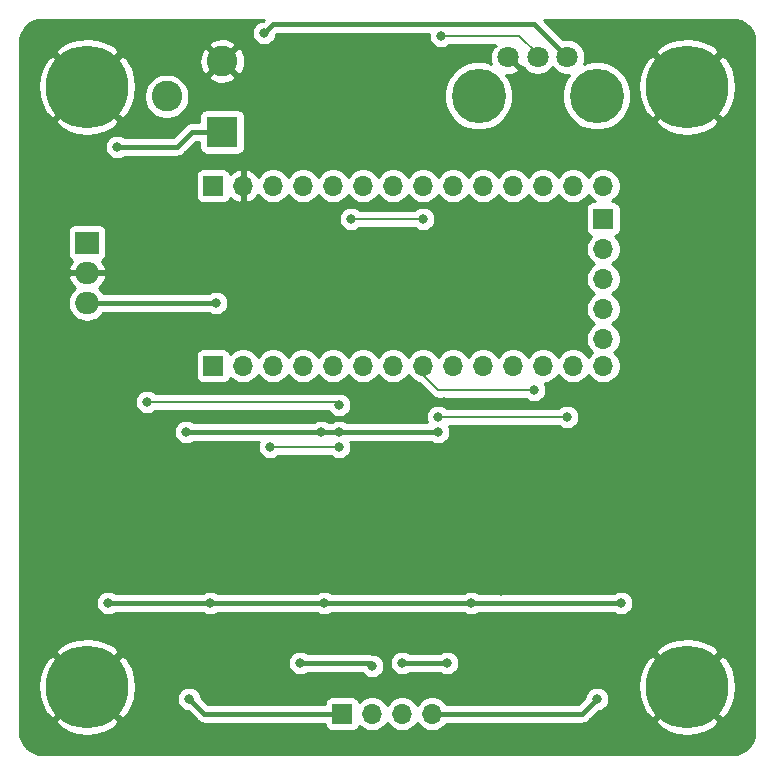
<source format=gbr>
G04 #@! TF.GenerationSoftware,KiCad,Pcbnew,5.1.7-a382d34a8~88~ubuntu18.04.1*
G04 #@! TF.CreationDate,2021-08-02T14:04:30-07:00*
G04 #@! TF.ProjectId,tumbler_gen3,74756d62-6c65-4725-9f67-656e332e6b69,V1.7*
G04 #@! TF.SameCoordinates,Original*
G04 #@! TF.FileFunction,Copper,L2,Bot*
G04 #@! TF.FilePolarity,Positive*
%FSLAX46Y46*%
G04 Gerber Fmt 4.6, Leading zero omitted, Abs format (unit mm)*
G04 Created by KiCad (PCBNEW 5.1.7-a382d34a8~88~ubuntu18.04.1) date 2021-08-02 14:04:30*
%MOMM*%
%LPD*%
G01*
G04 APERTURE LIST*
G04 #@! TA.AperFunction,ComponentPad*
%ADD10C,7.000000*%
G04 #@! TD*
G04 #@! TA.AperFunction,ComponentPad*
%ADD11C,2.600000*%
G04 #@! TD*
G04 #@! TA.AperFunction,ComponentPad*
%ADD12R,2.600000X2.600000*%
G04 #@! TD*
G04 #@! TA.AperFunction,ComponentPad*
%ADD13O,1.700000X1.700000*%
G04 #@! TD*
G04 #@! TA.AperFunction,ComponentPad*
%ADD14R,1.700000X1.700000*%
G04 #@! TD*
G04 #@! TA.AperFunction,ComponentPad*
%ADD15O,2.000000X1.905000*%
G04 #@! TD*
G04 #@! TA.AperFunction,ComponentPad*
%ADD16R,2.000000X1.905000*%
G04 #@! TD*
G04 #@! TA.AperFunction,ComponentPad*
%ADD17C,4.600000*%
G04 #@! TD*
G04 #@! TA.AperFunction,ComponentPad*
%ADD18C,1.800000*%
G04 #@! TD*
G04 #@! TA.AperFunction,ViaPad*
%ADD19C,0.812800*%
G04 #@! TD*
G04 #@! TA.AperFunction,Conductor*
%ADD20C,0.381000*%
G04 #@! TD*
G04 #@! TA.AperFunction,Conductor*
%ADD21C,0.203200*%
G04 #@! TD*
G04 #@! TA.AperFunction,Conductor*
%ADD22C,0.254000*%
G04 #@! TD*
G04 #@! TA.AperFunction,Conductor*
%ADD23C,0.100000*%
G04 #@! TD*
G04 APERTURE END LIST*
D10*
X240792000Y-161290000D03*
X189992000Y-161290000D03*
X240792000Y-110490000D03*
X189992000Y-110490000D03*
D11*
X196722000Y-111300000D03*
X201422000Y-108300000D03*
D12*
X201422000Y-114300000D03*
D13*
X219202000Y-163576000D03*
X216662000Y-163576000D03*
X214122000Y-163576000D03*
D14*
X211582000Y-163576000D03*
D15*
X189992000Y-128778000D03*
X189992000Y-126238000D03*
D16*
X189992000Y-123698000D03*
D17*
X233132000Y-111250000D03*
X223132000Y-111250000D03*
D18*
X230632000Y-107950000D03*
X228132000Y-107950000D03*
X225632000Y-107950000D03*
D13*
X233680000Y-118872000D03*
X231140000Y-118872000D03*
X228600000Y-118872000D03*
X226060000Y-118872000D03*
X223520000Y-118872000D03*
X220980000Y-118872000D03*
X218440000Y-118872000D03*
X215900000Y-118872000D03*
X213360000Y-118872000D03*
X210820000Y-118872000D03*
X208280000Y-118872000D03*
X205740000Y-118872000D03*
X203200000Y-118872000D03*
D14*
X200660000Y-118872000D03*
D13*
X233680000Y-134112000D03*
X231140000Y-134112000D03*
X228600000Y-134112000D03*
X226060000Y-134112000D03*
X223520000Y-134112000D03*
X220980000Y-134112000D03*
X218440000Y-134112000D03*
X215900000Y-134112000D03*
X213360000Y-134112000D03*
X210820000Y-134112000D03*
X208280000Y-134112000D03*
X205740000Y-134112000D03*
X203200000Y-134112000D03*
D14*
X200660000Y-134112000D03*
D13*
X233680000Y-131826000D03*
X233680000Y-129286000D03*
X233680000Y-126746000D03*
X233680000Y-124206000D03*
D14*
X233680000Y-121666000D03*
D19*
X200914000Y-128778000D03*
X198374000Y-139700000D03*
X211328000Y-139700000D03*
X209804000Y-139700000D03*
X219710000Y-139700000D03*
X216662000Y-143510000D03*
X216662000Y-146304000D03*
X216408000Y-150114000D03*
X228854000Y-149352000D03*
X225044000Y-156972000D03*
X219202000Y-156972000D03*
X213868000Y-156972000D03*
X209550000Y-156972000D03*
X206248000Y-156972000D03*
X202946000Y-155448000D03*
X202946000Y-151130000D03*
X197104000Y-156972000D03*
X197612000Y-145796000D03*
X202946000Y-145796000D03*
X207518000Y-145796000D03*
X225044000Y-145288000D03*
X228600000Y-145796000D03*
X232918000Y-145796000D03*
X237998000Y-145796000D03*
X239776000Y-153162000D03*
X231902000Y-156972000D03*
X216408000Y-111506000D03*
X212598000Y-152908000D03*
X204216000Y-152908000D03*
X212344000Y-155448000D03*
X225044000Y-153162000D03*
X227076000Y-149352000D03*
X197612000Y-123698000D03*
X214477590Y-143510000D03*
X220218000Y-137160000D03*
X215138000Y-137160000D03*
X200406000Y-154178000D03*
X210058000Y-154178000D03*
X192532000Y-115570000D03*
X222504000Y-154178000D03*
X235204000Y-154178000D03*
X191770000Y-154178000D03*
X227838000Y-136144000D03*
X212344000Y-121666000D03*
X218440000Y-121666000D03*
X219964000Y-106172000D03*
X204978000Y-105918000D03*
X205486000Y-140970000D03*
X211328000Y-140970000D03*
X195072000Y-137160000D03*
X211328000Y-137414000D03*
X230632000Y-138430000D03*
X219710000Y-138430000D03*
X208026000Y-159258000D03*
X214122000Y-159512000D03*
X220472000Y-159258000D03*
X216662000Y-159258000D03*
X198628000Y-162306000D03*
X233172000Y-162306000D03*
D20*
X189992000Y-128778000D02*
X200914000Y-128778000D01*
X198374000Y-139700000D02*
X209804000Y-139700000D01*
X209804000Y-139700000D02*
X211328000Y-139700000D01*
X219710000Y-139700000D02*
X211328000Y-139700000D01*
X200406000Y-154178000D02*
X210058000Y-154178000D01*
X197612000Y-115570000D02*
X198882000Y-114300000D01*
X192532000Y-115570000D02*
X197612000Y-115570000D01*
X210058000Y-154178000D02*
X222504000Y-154178000D01*
X222504000Y-154178000D02*
X235204000Y-154178000D01*
X198882000Y-114300000D02*
X201422000Y-114300000D01*
X191770000Y-154178000D02*
X200406000Y-154178000D01*
D21*
X227838000Y-136144000D02*
X219710000Y-136144000D01*
X218440000Y-134874000D02*
X218440000Y-134112000D01*
X219710000Y-136144000D02*
X218440000Y-134874000D01*
X212344000Y-121666000D02*
X218440000Y-121666000D01*
X219964000Y-106172000D02*
X226568000Y-106172000D01*
X228132000Y-107736000D02*
X228132000Y-107950000D01*
X226568000Y-106172000D02*
X228132000Y-107736000D01*
D20*
X204978000Y-105918000D02*
X205740000Y-105156000D01*
X227838000Y-105156000D02*
X230632000Y-107950000D01*
X205740000Y-105156000D02*
X227838000Y-105156000D01*
D21*
X205486000Y-140970000D02*
X211328000Y-140970000D01*
X195072000Y-137160000D02*
X211074000Y-137160000D01*
X211074000Y-137160000D02*
X211328000Y-137414000D01*
X230632000Y-138430000D02*
X219710000Y-138430000D01*
D20*
X208026000Y-159258000D02*
X213868000Y-159258000D01*
X213868000Y-159258000D02*
X214122000Y-159512000D01*
X220472000Y-159258000D02*
X216662000Y-159258000D01*
X199898000Y-163576000D02*
X211582000Y-163576000D01*
X198628000Y-162306000D02*
X199898000Y-163576000D01*
X231902000Y-163576000D02*
X233172000Y-162306000D01*
X219202000Y-163576000D02*
X231902000Y-163576000D01*
D22*
X204846141Y-104882426D02*
X204674235Y-104916620D01*
X204484712Y-104995123D01*
X204314146Y-105109092D01*
X204169092Y-105254146D01*
X204055123Y-105424712D01*
X203976620Y-105614235D01*
X203936600Y-105815431D01*
X203936600Y-106020569D01*
X203976620Y-106221765D01*
X204055123Y-106411288D01*
X204169092Y-106581854D01*
X204314146Y-106726908D01*
X204484712Y-106840877D01*
X204674235Y-106919380D01*
X204875431Y-106959400D01*
X205080569Y-106959400D01*
X205281765Y-106919380D01*
X205471288Y-106840877D01*
X205641854Y-106726908D01*
X205786908Y-106581854D01*
X205900877Y-106411288D01*
X205979380Y-106221765D01*
X206013574Y-106049859D01*
X206081933Y-105981500D01*
X218940090Y-105981500D01*
X218922600Y-106069431D01*
X218922600Y-106274569D01*
X218962620Y-106475765D01*
X219041123Y-106665288D01*
X219155092Y-106835854D01*
X219300146Y-106980908D01*
X219470712Y-107094877D01*
X219660235Y-107173380D01*
X219861431Y-107213400D01*
X220066569Y-107213400D01*
X220267765Y-107173380D01*
X220457288Y-107094877D01*
X220627854Y-106980908D01*
X220700162Y-106908600D01*
X224492948Y-106908600D01*
X224451970Y-106949578D01*
X224567918Y-107065526D01*
X224313739Y-107149208D01*
X224182842Y-107421775D01*
X224107635Y-107714642D01*
X224091009Y-108016553D01*
X224133603Y-108315907D01*
X224204338Y-108517356D01*
X223988108Y-108427791D01*
X223421072Y-108315000D01*
X222842928Y-108315000D01*
X222275892Y-108427791D01*
X221741756Y-108649037D01*
X221261047Y-108970237D01*
X220852237Y-109379047D01*
X220531037Y-109859756D01*
X220309791Y-110393892D01*
X220197000Y-110960928D01*
X220197000Y-111539072D01*
X220309791Y-112106108D01*
X220531037Y-112640244D01*
X220852237Y-113120953D01*
X221261047Y-113529763D01*
X221741756Y-113850963D01*
X222275892Y-114072209D01*
X222842928Y-114185000D01*
X223421072Y-114185000D01*
X223988108Y-114072209D01*
X224522244Y-113850963D01*
X225002953Y-113529763D01*
X225411763Y-113120953D01*
X225732963Y-112640244D01*
X225954209Y-112106108D01*
X226067000Y-111539072D01*
X226067000Y-110960928D01*
X225954209Y-110393892D01*
X225732963Y-109859756D01*
X225478463Y-109478871D01*
X225698553Y-109490991D01*
X225997907Y-109448397D01*
X226283199Y-109348222D01*
X226432792Y-109268261D01*
X226516475Y-109014080D01*
X225632000Y-108129605D01*
X225617858Y-108143748D01*
X225438253Y-107964143D01*
X225452395Y-107950000D01*
X225438253Y-107935858D01*
X225617858Y-107756253D01*
X225632000Y-107770395D01*
X225646143Y-107756253D01*
X225825748Y-107935858D01*
X225811605Y-107950000D01*
X226696080Y-108834475D01*
X226844262Y-108785690D01*
X226939688Y-108928505D01*
X227153495Y-109142312D01*
X227404905Y-109310299D01*
X227684257Y-109426011D01*
X227980816Y-109485000D01*
X228283184Y-109485000D01*
X228579743Y-109426011D01*
X228859095Y-109310299D01*
X229110505Y-109142312D01*
X229324312Y-108928505D01*
X229382000Y-108842169D01*
X229439688Y-108928505D01*
X229653495Y-109142312D01*
X229904905Y-109310299D01*
X230184257Y-109426011D01*
X230480816Y-109485000D01*
X230781441Y-109485000D01*
X230531037Y-109859756D01*
X230309791Y-110393892D01*
X230197000Y-110960928D01*
X230197000Y-111539072D01*
X230309791Y-112106108D01*
X230531037Y-112640244D01*
X230852237Y-113120953D01*
X231261047Y-113529763D01*
X231741756Y-113850963D01*
X232275892Y-114072209D01*
X232842928Y-114185000D01*
X233421072Y-114185000D01*
X233988108Y-114072209D01*
X234522244Y-113850963D01*
X235002953Y-113529763D01*
X235128561Y-113404155D01*
X238057450Y-113404155D01*
X238453634Y-113924550D01*
X239168612Y-114314748D01*
X239945976Y-114557964D01*
X240755853Y-114644851D01*
X241567118Y-114572069D01*
X242348597Y-114342415D01*
X243070256Y-113964715D01*
X243130366Y-113924550D01*
X243526550Y-113404155D01*
X240792000Y-110669605D01*
X238057450Y-113404155D01*
X235128561Y-113404155D01*
X235411763Y-113120953D01*
X235732963Y-112640244D01*
X235954209Y-112106108D01*
X236067000Y-111539072D01*
X236067000Y-110960928D01*
X235966137Y-110453853D01*
X236637149Y-110453853D01*
X236709931Y-111265118D01*
X236939585Y-112046597D01*
X237317285Y-112768256D01*
X237357450Y-112828366D01*
X237877845Y-113224550D01*
X240612395Y-110490000D01*
X240971605Y-110490000D01*
X243706155Y-113224550D01*
X244226550Y-112828366D01*
X244616748Y-112113388D01*
X244859964Y-111336024D01*
X244946851Y-110526147D01*
X244874069Y-109714882D01*
X244644415Y-108933403D01*
X244266715Y-108211744D01*
X244226550Y-108151634D01*
X243706155Y-107755450D01*
X240971605Y-110490000D01*
X240612395Y-110490000D01*
X237877845Y-107755450D01*
X237357450Y-108151634D01*
X236967252Y-108866612D01*
X236724036Y-109643976D01*
X236637149Y-110453853D01*
X235966137Y-110453853D01*
X235954209Y-110393892D01*
X235732963Y-109859756D01*
X235411763Y-109379047D01*
X235002953Y-108970237D01*
X234522244Y-108649037D01*
X233988108Y-108427791D01*
X233421072Y-108315000D01*
X232842928Y-108315000D01*
X232275892Y-108427791D01*
X232058217Y-108517955D01*
X232108011Y-108397743D01*
X232167000Y-108101184D01*
X232167000Y-107798816D01*
X232122649Y-107575845D01*
X238057450Y-107575845D01*
X240792000Y-110310395D01*
X243526550Y-107575845D01*
X243130366Y-107055450D01*
X242415388Y-106665252D01*
X241638024Y-106422036D01*
X240828147Y-106335149D01*
X240016882Y-106407931D01*
X239235403Y-106637585D01*
X238513744Y-107015285D01*
X238453634Y-107055450D01*
X238057450Y-107575845D01*
X232122649Y-107575845D01*
X232108011Y-107502257D01*
X231992299Y-107222905D01*
X231824312Y-106971495D01*
X231610505Y-106757688D01*
X231359095Y-106589701D01*
X231079743Y-106473989D01*
X230783184Y-106415000D01*
X230480816Y-106415000D01*
X230300333Y-106450900D01*
X228649432Y-104800000D01*
X244569721Y-104800000D01*
X244966545Y-104838909D01*
X245317208Y-104944780D01*
X245640625Y-105116744D01*
X245924484Y-105348254D01*
X246157965Y-105630486D01*
X246332183Y-105952695D01*
X246440502Y-106302614D01*
X246482001Y-106697452D01*
X246482000Y-165067721D01*
X246443091Y-165464545D01*
X246337220Y-165815206D01*
X246165257Y-166138623D01*
X245933748Y-166422482D01*
X245651514Y-166655965D01*
X245329304Y-166830184D01*
X244979385Y-166938502D01*
X244584557Y-166980000D01*
X186214279Y-166980000D01*
X185817455Y-166941091D01*
X185466794Y-166835220D01*
X185143377Y-166663257D01*
X184859518Y-166431748D01*
X184626035Y-166149514D01*
X184451816Y-165827304D01*
X184343498Y-165477385D01*
X184302000Y-165082557D01*
X184302000Y-164204155D01*
X187257450Y-164204155D01*
X187653634Y-164724550D01*
X188368612Y-165114748D01*
X189145976Y-165357964D01*
X189955853Y-165444851D01*
X190767118Y-165372069D01*
X191548597Y-165142415D01*
X192270256Y-164764715D01*
X192330366Y-164724550D01*
X192726550Y-164204155D01*
X189992000Y-161469605D01*
X187257450Y-164204155D01*
X184302000Y-164204155D01*
X184302000Y-161253853D01*
X185837149Y-161253853D01*
X185909931Y-162065118D01*
X186139585Y-162846597D01*
X186517285Y-163568256D01*
X186557450Y-163628366D01*
X187077845Y-164024550D01*
X189812395Y-161290000D01*
X190171605Y-161290000D01*
X192906155Y-164024550D01*
X193426550Y-163628366D01*
X193816748Y-162913388D01*
X194038874Y-162203431D01*
X197586600Y-162203431D01*
X197586600Y-162408569D01*
X197626620Y-162609765D01*
X197705123Y-162799288D01*
X197819092Y-162969854D01*
X197964146Y-163114908D01*
X198134712Y-163228877D01*
X198324235Y-163307380D01*
X198496142Y-163341574D01*
X199285606Y-164131039D01*
X199311459Y-164162541D01*
X199362166Y-164204155D01*
X199437157Y-164265699D01*
X199462811Y-164279411D01*
X199580566Y-164342353D01*
X199736174Y-164389556D01*
X199857447Y-164401500D01*
X199857449Y-164401500D01*
X199897999Y-164405494D01*
X199938550Y-164401500D01*
X210093928Y-164401500D01*
X210093928Y-164426000D01*
X210106188Y-164550482D01*
X210142498Y-164670180D01*
X210201463Y-164780494D01*
X210280815Y-164877185D01*
X210377506Y-164956537D01*
X210487820Y-165015502D01*
X210607518Y-165051812D01*
X210732000Y-165064072D01*
X212432000Y-165064072D01*
X212556482Y-165051812D01*
X212676180Y-165015502D01*
X212786494Y-164956537D01*
X212883185Y-164877185D01*
X212962537Y-164780494D01*
X213021502Y-164670180D01*
X213043513Y-164597620D01*
X213175368Y-164729475D01*
X213418589Y-164891990D01*
X213688842Y-165003932D01*
X213975740Y-165061000D01*
X214268260Y-165061000D01*
X214555158Y-165003932D01*
X214825411Y-164891990D01*
X215068632Y-164729475D01*
X215275475Y-164522632D01*
X215392000Y-164348240D01*
X215508525Y-164522632D01*
X215715368Y-164729475D01*
X215958589Y-164891990D01*
X216228842Y-165003932D01*
X216515740Y-165061000D01*
X216808260Y-165061000D01*
X217095158Y-165003932D01*
X217365411Y-164891990D01*
X217608632Y-164729475D01*
X217815475Y-164522632D01*
X217932000Y-164348240D01*
X218048525Y-164522632D01*
X218255368Y-164729475D01*
X218498589Y-164891990D01*
X218768842Y-165003932D01*
X219055740Y-165061000D01*
X219348260Y-165061000D01*
X219635158Y-165003932D01*
X219905411Y-164891990D01*
X220148632Y-164729475D01*
X220355475Y-164522632D01*
X220436413Y-164401500D01*
X231861450Y-164401500D01*
X231902000Y-164405494D01*
X231942550Y-164401500D01*
X231942553Y-164401500D01*
X232063826Y-164389556D01*
X232219434Y-164342353D01*
X232362842Y-164265699D01*
X232437833Y-164204155D01*
X238057450Y-164204155D01*
X238453634Y-164724550D01*
X239168612Y-165114748D01*
X239945976Y-165357964D01*
X240755853Y-165444851D01*
X241567118Y-165372069D01*
X242348597Y-165142415D01*
X243070256Y-164764715D01*
X243130366Y-164724550D01*
X243526550Y-164204155D01*
X240792000Y-161469605D01*
X238057450Y-164204155D01*
X232437833Y-164204155D01*
X232488541Y-164162541D01*
X232514398Y-164131034D01*
X233303859Y-163341574D01*
X233475765Y-163307380D01*
X233665288Y-163228877D01*
X233835854Y-163114908D01*
X233980908Y-162969854D01*
X234094877Y-162799288D01*
X234173380Y-162609765D01*
X234213400Y-162408569D01*
X234213400Y-162203431D01*
X234173380Y-162002235D01*
X234094877Y-161812712D01*
X233980908Y-161642146D01*
X233835854Y-161497092D01*
X233665288Y-161383123D01*
X233475765Y-161304620D01*
X233274569Y-161264600D01*
X233069431Y-161264600D01*
X232868235Y-161304620D01*
X232678712Y-161383123D01*
X232508146Y-161497092D01*
X232363092Y-161642146D01*
X232249123Y-161812712D01*
X232170620Y-162002235D01*
X232136426Y-162174141D01*
X231560068Y-162750500D01*
X220436413Y-162750500D01*
X220355475Y-162629368D01*
X220148632Y-162422525D01*
X219905411Y-162260010D01*
X219635158Y-162148068D01*
X219348260Y-162091000D01*
X219055740Y-162091000D01*
X218768842Y-162148068D01*
X218498589Y-162260010D01*
X218255368Y-162422525D01*
X218048525Y-162629368D01*
X217932000Y-162803760D01*
X217815475Y-162629368D01*
X217608632Y-162422525D01*
X217365411Y-162260010D01*
X217095158Y-162148068D01*
X216808260Y-162091000D01*
X216515740Y-162091000D01*
X216228842Y-162148068D01*
X215958589Y-162260010D01*
X215715368Y-162422525D01*
X215508525Y-162629368D01*
X215392000Y-162803760D01*
X215275475Y-162629368D01*
X215068632Y-162422525D01*
X214825411Y-162260010D01*
X214555158Y-162148068D01*
X214268260Y-162091000D01*
X213975740Y-162091000D01*
X213688842Y-162148068D01*
X213418589Y-162260010D01*
X213175368Y-162422525D01*
X213043513Y-162554380D01*
X213021502Y-162481820D01*
X212962537Y-162371506D01*
X212883185Y-162274815D01*
X212786494Y-162195463D01*
X212676180Y-162136498D01*
X212556482Y-162100188D01*
X212432000Y-162087928D01*
X210732000Y-162087928D01*
X210607518Y-162100188D01*
X210487820Y-162136498D01*
X210377506Y-162195463D01*
X210280815Y-162274815D01*
X210201463Y-162371506D01*
X210142498Y-162481820D01*
X210106188Y-162601518D01*
X210093928Y-162726000D01*
X210093928Y-162750500D01*
X200239933Y-162750500D01*
X199663574Y-162174142D01*
X199629380Y-162002235D01*
X199550877Y-161812712D01*
X199436908Y-161642146D01*
X199291854Y-161497092D01*
X199121288Y-161383123D01*
X198931765Y-161304620D01*
X198730569Y-161264600D01*
X198525431Y-161264600D01*
X198324235Y-161304620D01*
X198134712Y-161383123D01*
X197964146Y-161497092D01*
X197819092Y-161642146D01*
X197705123Y-161812712D01*
X197626620Y-162002235D01*
X197586600Y-162203431D01*
X194038874Y-162203431D01*
X194059964Y-162136024D01*
X194146851Y-161326147D01*
X194140366Y-161253853D01*
X236637149Y-161253853D01*
X236709931Y-162065118D01*
X236939585Y-162846597D01*
X237317285Y-163568256D01*
X237357450Y-163628366D01*
X237877845Y-164024550D01*
X240612395Y-161290000D01*
X240971605Y-161290000D01*
X243706155Y-164024550D01*
X244226550Y-163628366D01*
X244616748Y-162913388D01*
X244859964Y-162136024D01*
X244946851Y-161326147D01*
X244874069Y-160514882D01*
X244644415Y-159733403D01*
X244266715Y-159011744D01*
X244226550Y-158951634D01*
X243706155Y-158555450D01*
X240971605Y-161290000D01*
X240612395Y-161290000D01*
X237877845Y-158555450D01*
X237357450Y-158951634D01*
X236967252Y-159666612D01*
X236724036Y-160443976D01*
X236637149Y-161253853D01*
X194140366Y-161253853D01*
X194074069Y-160514882D01*
X193844415Y-159733403D01*
X193541918Y-159155431D01*
X206984600Y-159155431D01*
X206984600Y-159360569D01*
X207024620Y-159561765D01*
X207103123Y-159751288D01*
X207217092Y-159921854D01*
X207362146Y-160066908D01*
X207532712Y-160180877D01*
X207722235Y-160259380D01*
X207923431Y-160299400D01*
X208128569Y-160299400D01*
X208329765Y-160259380D01*
X208519288Y-160180877D01*
X208665022Y-160083500D01*
X213251383Y-160083500D01*
X213313092Y-160175854D01*
X213458146Y-160320908D01*
X213628712Y-160434877D01*
X213818235Y-160513380D01*
X214019431Y-160553400D01*
X214224569Y-160553400D01*
X214425765Y-160513380D01*
X214615288Y-160434877D01*
X214785854Y-160320908D01*
X214930908Y-160175854D01*
X215044877Y-160005288D01*
X215123380Y-159815765D01*
X215163400Y-159614569D01*
X215163400Y-159409431D01*
X215123380Y-159208235D01*
X215101508Y-159155431D01*
X215620600Y-159155431D01*
X215620600Y-159360569D01*
X215660620Y-159561765D01*
X215739123Y-159751288D01*
X215853092Y-159921854D01*
X215998146Y-160066908D01*
X216168712Y-160180877D01*
X216358235Y-160259380D01*
X216559431Y-160299400D01*
X216764569Y-160299400D01*
X216965765Y-160259380D01*
X217155288Y-160180877D01*
X217301022Y-160083500D01*
X219832978Y-160083500D01*
X219978712Y-160180877D01*
X220168235Y-160259380D01*
X220369431Y-160299400D01*
X220574569Y-160299400D01*
X220775765Y-160259380D01*
X220965288Y-160180877D01*
X221135854Y-160066908D01*
X221280908Y-159921854D01*
X221394877Y-159751288D01*
X221473380Y-159561765D01*
X221513400Y-159360569D01*
X221513400Y-159155431D01*
X221473380Y-158954235D01*
X221394877Y-158764712D01*
X221280908Y-158594146D01*
X221135854Y-158449092D01*
X221026233Y-158375845D01*
X238057450Y-158375845D01*
X240792000Y-161110395D01*
X243526550Y-158375845D01*
X243130366Y-157855450D01*
X242415388Y-157465252D01*
X241638024Y-157222036D01*
X240828147Y-157135149D01*
X240016882Y-157207931D01*
X239235403Y-157437585D01*
X238513744Y-157815285D01*
X238453634Y-157855450D01*
X238057450Y-158375845D01*
X221026233Y-158375845D01*
X220965288Y-158335123D01*
X220775765Y-158256620D01*
X220574569Y-158216600D01*
X220369431Y-158216600D01*
X220168235Y-158256620D01*
X219978712Y-158335123D01*
X219832978Y-158432500D01*
X217301022Y-158432500D01*
X217155288Y-158335123D01*
X216965765Y-158256620D01*
X216764569Y-158216600D01*
X216559431Y-158216600D01*
X216358235Y-158256620D01*
X216168712Y-158335123D01*
X215998146Y-158449092D01*
X215853092Y-158594146D01*
X215739123Y-158764712D01*
X215660620Y-158954235D01*
X215620600Y-159155431D01*
X215101508Y-159155431D01*
X215044877Y-159018712D01*
X214930908Y-158848146D01*
X214785854Y-158703092D01*
X214615288Y-158589123D01*
X214425765Y-158510620D01*
X214224569Y-158470600D01*
X214116051Y-158470600D01*
X214029826Y-158444444D01*
X213908553Y-158432500D01*
X213908550Y-158432500D01*
X213868000Y-158428506D01*
X213827450Y-158432500D01*
X208665022Y-158432500D01*
X208519288Y-158335123D01*
X208329765Y-158256620D01*
X208128569Y-158216600D01*
X207923431Y-158216600D01*
X207722235Y-158256620D01*
X207532712Y-158335123D01*
X207362146Y-158449092D01*
X207217092Y-158594146D01*
X207103123Y-158764712D01*
X207024620Y-158954235D01*
X206984600Y-159155431D01*
X193541918Y-159155431D01*
X193466715Y-159011744D01*
X193426550Y-158951634D01*
X192906155Y-158555450D01*
X190171605Y-161290000D01*
X189812395Y-161290000D01*
X187077845Y-158555450D01*
X186557450Y-158951634D01*
X186167252Y-159666612D01*
X185924036Y-160443976D01*
X185837149Y-161253853D01*
X184302000Y-161253853D01*
X184302000Y-158375845D01*
X187257450Y-158375845D01*
X189992000Y-161110395D01*
X192726550Y-158375845D01*
X192330366Y-157855450D01*
X191615388Y-157465252D01*
X190838024Y-157222036D01*
X190028147Y-157135149D01*
X189216882Y-157207931D01*
X188435403Y-157437585D01*
X187713744Y-157815285D01*
X187653634Y-157855450D01*
X187257450Y-158375845D01*
X184302000Y-158375845D01*
X184302000Y-154075431D01*
X190728600Y-154075431D01*
X190728600Y-154280569D01*
X190768620Y-154481765D01*
X190847123Y-154671288D01*
X190961092Y-154841854D01*
X191106146Y-154986908D01*
X191276712Y-155100877D01*
X191466235Y-155179380D01*
X191667431Y-155219400D01*
X191872569Y-155219400D01*
X192073765Y-155179380D01*
X192263288Y-155100877D01*
X192409022Y-155003500D01*
X199766978Y-155003500D01*
X199912712Y-155100877D01*
X200102235Y-155179380D01*
X200303431Y-155219400D01*
X200508569Y-155219400D01*
X200709765Y-155179380D01*
X200899288Y-155100877D01*
X201045022Y-155003500D01*
X209418978Y-155003500D01*
X209564712Y-155100877D01*
X209754235Y-155179380D01*
X209955431Y-155219400D01*
X210160569Y-155219400D01*
X210361765Y-155179380D01*
X210551288Y-155100877D01*
X210697022Y-155003500D01*
X221864978Y-155003500D01*
X222010712Y-155100877D01*
X222200235Y-155179380D01*
X222401431Y-155219400D01*
X222606569Y-155219400D01*
X222807765Y-155179380D01*
X222997288Y-155100877D01*
X223143022Y-155003500D01*
X234564978Y-155003500D01*
X234710712Y-155100877D01*
X234900235Y-155179380D01*
X235101431Y-155219400D01*
X235306569Y-155219400D01*
X235507765Y-155179380D01*
X235697288Y-155100877D01*
X235867854Y-154986908D01*
X236012908Y-154841854D01*
X236126877Y-154671288D01*
X236205380Y-154481765D01*
X236245400Y-154280569D01*
X236245400Y-154075431D01*
X236205380Y-153874235D01*
X236126877Y-153684712D01*
X236012908Y-153514146D01*
X235867854Y-153369092D01*
X235697288Y-153255123D01*
X235507765Y-153176620D01*
X235306569Y-153136600D01*
X235101431Y-153136600D01*
X234900235Y-153176620D01*
X234710712Y-153255123D01*
X234564978Y-153352500D01*
X223143022Y-153352500D01*
X222997288Y-153255123D01*
X222807765Y-153176620D01*
X222606569Y-153136600D01*
X222401431Y-153136600D01*
X222200235Y-153176620D01*
X222010712Y-153255123D01*
X221864978Y-153352500D01*
X210697022Y-153352500D01*
X210551288Y-153255123D01*
X210361765Y-153176620D01*
X210160569Y-153136600D01*
X209955431Y-153136600D01*
X209754235Y-153176620D01*
X209564712Y-153255123D01*
X209418978Y-153352500D01*
X201045022Y-153352500D01*
X200899288Y-153255123D01*
X200709765Y-153176620D01*
X200508569Y-153136600D01*
X200303431Y-153136600D01*
X200102235Y-153176620D01*
X199912712Y-153255123D01*
X199766978Y-153352500D01*
X192409022Y-153352500D01*
X192263288Y-153255123D01*
X192073765Y-153176620D01*
X191872569Y-153136600D01*
X191667431Y-153136600D01*
X191466235Y-153176620D01*
X191276712Y-153255123D01*
X191106146Y-153369092D01*
X190961092Y-153514146D01*
X190847123Y-153684712D01*
X190768620Y-153874235D01*
X190728600Y-154075431D01*
X184302000Y-154075431D01*
X184302000Y-139597431D01*
X197332600Y-139597431D01*
X197332600Y-139802569D01*
X197372620Y-140003765D01*
X197451123Y-140193288D01*
X197565092Y-140363854D01*
X197710146Y-140508908D01*
X197880712Y-140622877D01*
X198070235Y-140701380D01*
X198271431Y-140741400D01*
X198476569Y-140741400D01*
X198677765Y-140701380D01*
X198867288Y-140622877D01*
X199013022Y-140525500D01*
X204542914Y-140525500D01*
X204484620Y-140666235D01*
X204444600Y-140867431D01*
X204444600Y-141072569D01*
X204484620Y-141273765D01*
X204563123Y-141463288D01*
X204677092Y-141633854D01*
X204822146Y-141778908D01*
X204992712Y-141892877D01*
X205182235Y-141971380D01*
X205383431Y-142011400D01*
X205588569Y-142011400D01*
X205789765Y-141971380D01*
X205979288Y-141892877D01*
X206149854Y-141778908D01*
X206222162Y-141706600D01*
X210591838Y-141706600D01*
X210664146Y-141778908D01*
X210834712Y-141892877D01*
X211024235Y-141971380D01*
X211225431Y-142011400D01*
X211430569Y-142011400D01*
X211631765Y-141971380D01*
X211821288Y-141892877D01*
X211991854Y-141778908D01*
X212136908Y-141633854D01*
X212250877Y-141463288D01*
X212329380Y-141273765D01*
X212369400Y-141072569D01*
X212369400Y-140867431D01*
X212329380Y-140666235D01*
X212271086Y-140525500D01*
X219070978Y-140525500D01*
X219216712Y-140622877D01*
X219406235Y-140701380D01*
X219607431Y-140741400D01*
X219812569Y-140741400D01*
X220013765Y-140701380D01*
X220203288Y-140622877D01*
X220373854Y-140508908D01*
X220518908Y-140363854D01*
X220632877Y-140193288D01*
X220711380Y-140003765D01*
X220751400Y-139802569D01*
X220751400Y-139597431D01*
X220711380Y-139396235D01*
X220632877Y-139206712D01*
X220606075Y-139166600D01*
X229895838Y-139166600D01*
X229968146Y-139238908D01*
X230138712Y-139352877D01*
X230328235Y-139431380D01*
X230529431Y-139471400D01*
X230734569Y-139471400D01*
X230935765Y-139431380D01*
X231125288Y-139352877D01*
X231295854Y-139238908D01*
X231440908Y-139093854D01*
X231554877Y-138923288D01*
X231633380Y-138733765D01*
X231673400Y-138532569D01*
X231673400Y-138327431D01*
X231633380Y-138126235D01*
X231554877Y-137936712D01*
X231440908Y-137766146D01*
X231295854Y-137621092D01*
X231125288Y-137507123D01*
X230935765Y-137428620D01*
X230734569Y-137388600D01*
X230529431Y-137388600D01*
X230328235Y-137428620D01*
X230138712Y-137507123D01*
X229968146Y-137621092D01*
X229895838Y-137693400D01*
X220446162Y-137693400D01*
X220373854Y-137621092D01*
X220203288Y-137507123D01*
X220013765Y-137428620D01*
X219812569Y-137388600D01*
X219607431Y-137388600D01*
X219406235Y-137428620D01*
X219216712Y-137507123D01*
X219046146Y-137621092D01*
X218901092Y-137766146D01*
X218787123Y-137936712D01*
X218708620Y-138126235D01*
X218668600Y-138327431D01*
X218668600Y-138532569D01*
X218708620Y-138733765D01*
X218766914Y-138874500D01*
X211967022Y-138874500D01*
X211821288Y-138777123D01*
X211631765Y-138698620D01*
X211430569Y-138658600D01*
X211225431Y-138658600D01*
X211024235Y-138698620D01*
X210834712Y-138777123D01*
X210688978Y-138874500D01*
X210443022Y-138874500D01*
X210297288Y-138777123D01*
X210107765Y-138698620D01*
X209906569Y-138658600D01*
X209701431Y-138658600D01*
X209500235Y-138698620D01*
X209310712Y-138777123D01*
X209164978Y-138874500D01*
X199013022Y-138874500D01*
X198867288Y-138777123D01*
X198677765Y-138698620D01*
X198476569Y-138658600D01*
X198271431Y-138658600D01*
X198070235Y-138698620D01*
X197880712Y-138777123D01*
X197710146Y-138891092D01*
X197565092Y-139036146D01*
X197451123Y-139206712D01*
X197372620Y-139396235D01*
X197332600Y-139597431D01*
X184302000Y-139597431D01*
X184302000Y-137057431D01*
X194030600Y-137057431D01*
X194030600Y-137262569D01*
X194070620Y-137463765D01*
X194149123Y-137653288D01*
X194263092Y-137823854D01*
X194408146Y-137968908D01*
X194578712Y-138082877D01*
X194768235Y-138161380D01*
X194969431Y-138201400D01*
X195174569Y-138201400D01*
X195375765Y-138161380D01*
X195565288Y-138082877D01*
X195735854Y-137968908D01*
X195808162Y-137896600D01*
X210400696Y-137896600D01*
X210405123Y-137907288D01*
X210519092Y-138077854D01*
X210664146Y-138222908D01*
X210834712Y-138336877D01*
X211024235Y-138415380D01*
X211225431Y-138455400D01*
X211430569Y-138455400D01*
X211631765Y-138415380D01*
X211821288Y-138336877D01*
X211991854Y-138222908D01*
X212136908Y-138077854D01*
X212250877Y-137907288D01*
X212329380Y-137717765D01*
X212369400Y-137516569D01*
X212369400Y-137311431D01*
X212329380Y-137110235D01*
X212250877Y-136920712D01*
X212136908Y-136750146D01*
X211991854Y-136605092D01*
X211821288Y-136491123D01*
X211631765Y-136412620D01*
X211430569Y-136372600D01*
X211225431Y-136372600D01*
X211024235Y-136412620D01*
X210998210Y-136423400D01*
X195808162Y-136423400D01*
X195735854Y-136351092D01*
X195565288Y-136237123D01*
X195375765Y-136158620D01*
X195174569Y-136118600D01*
X194969431Y-136118600D01*
X194768235Y-136158620D01*
X194578712Y-136237123D01*
X194408146Y-136351092D01*
X194263092Y-136496146D01*
X194149123Y-136666712D01*
X194070620Y-136856235D01*
X194030600Y-137057431D01*
X184302000Y-137057431D01*
X184302000Y-133262000D01*
X199171928Y-133262000D01*
X199171928Y-134962000D01*
X199184188Y-135086482D01*
X199220498Y-135206180D01*
X199279463Y-135316494D01*
X199358815Y-135413185D01*
X199455506Y-135492537D01*
X199565820Y-135551502D01*
X199685518Y-135587812D01*
X199810000Y-135600072D01*
X201510000Y-135600072D01*
X201634482Y-135587812D01*
X201754180Y-135551502D01*
X201864494Y-135492537D01*
X201961185Y-135413185D01*
X202040537Y-135316494D01*
X202099502Y-135206180D01*
X202121513Y-135133620D01*
X202253368Y-135265475D01*
X202496589Y-135427990D01*
X202766842Y-135539932D01*
X203053740Y-135597000D01*
X203346260Y-135597000D01*
X203633158Y-135539932D01*
X203903411Y-135427990D01*
X204146632Y-135265475D01*
X204353475Y-135058632D01*
X204470000Y-134884240D01*
X204586525Y-135058632D01*
X204793368Y-135265475D01*
X205036589Y-135427990D01*
X205306842Y-135539932D01*
X205593740Y-135597000D01*
X205886260Y-135597000D01*
X206173158Y-135539932D01*
X206443411Y-135427990D01*
X206686632Y-135265475D01*
X206893475Y-135058632D01*
X207010000Y-134884240D01*
X207126525Y-135058632D01*
X207333368Y-135265475D01*
X207576589Y-135427990D01*
X207846842Y-135539932D01*
X208133740Y-135597000D01*
X208426260Y-135597000D01*
X208713158Y-135539932D01*
X208983411Y-135427990D01*
X209226632Y-135265475D01*
X209433475Y-135058632D01*
X209550000Y-134884240D01*
X209666525Y-135058632D01*
X209873368Y-135265475D01*
X210116589Y-135427990D01*
X210386842Y-135539932D01*
X210673740Y-135597000D01*
X210966260Y-135597000D01*
X211253158Y-135539932D01*
X211523411Y-135427990D01*
X211766632Y-135265475D01*
X211973475Y-135058632D01*
X212090000Y-134884240D01*
X212206525Y-135058632D01*
X212413368Y-135265475D01*
X212656589Y-135427990D01*
X212926842Y-135539932D01*
X213213740Y-135597000D01*
X213506260Y-135597000D01*
X213793158Y-135539932D01*
X214063411Y-135427990D01*
X214306632Y-135265475D01*
X214513475Y-135058632D01*
X214630000Y-134884240D01*
X214746525Y-135058632D01*
X214953368Y-135265475D01*
X215196589Y-135427990D01*
X215466842Y-135539932D01*
X215753740Y-135597000D01*
X216046260Y-135597000D01*
X216333158Y-135539932D01*
X216603411Y-135427990D01*
X216846632Y-135265475D01*
X217053475Y-135058632D01*
X217170000Y-134884240D01*
X217286525Y-135058632D01*
X217493368Y-135265475D01*
X217736589Y-135427990D01*
X218006842Y-135539932D01*
X218078471Y-135554180D01*
X219163559Y-136639269D01*
X219186625Y-136667375D01*
X219298787Y-136759424D01*
X219426751Y-136827822D01*
X219565601Y-136869942D01*
X219673814Y-136880600D01*
X219673823Y-136880600D01*
X219709999Y-136884163D01*
X219746175Y-136880600D01*
X227101838Y-136880600D01*
X227174146Y-136952908D01*
X227344712Y-137066877D01*
X227534235Y-137145380D01*
X227735431Y-137185400D01*
X227940569Y-137185400D01*
X228141765Y-137145380D01*
X228331288Y-137066877D01*
X228501854Y-136952908D01*
X228646908Y-136807854D01*
X228760877Y-136637288D01*
X228839380Y-136447765D01*
X228879400Y-136246569D01*
X228879400Y-136041431D01*
X228839380Y-135840235D01*
X228760877Y-135650712D01*
X228724988Y-135597000D01*
X228746260Y-135597000D01*
X229033158Y-135539932D01*
X229303411Y-135427990D01*
X229546632Y-135265475D01*
X229753475Y-135058632D01*
X229870000Y-134884240D01*
X229986525Y-135058632D01*
X230193368Y-135265475D01*
X230436589Y-135427990D01*
X230706842Y-135539932D01*
X230993740Y-135597000D01*
X231286260Y-135597000D01*
X231573158Y-135539932D01*
X231843411Y-135427990D01*
X232086632Y-135265475D01*
X232293475Y-135058632D01*
X232410000Y-134884240D01*
X232526525Y-135058632D01*
X232733368Y-135265475D01*
X232976589Y-135427990D01*
X233246842Y-135539932D01*
X233533740Y-135597000D01*
X233826260Y-135597000D01*
X234113158Y-135539932D01*
X234383411Y-135427990D01*
X234626632Y-135265475D01*
X234833475Y-135058632D01*
X234995990Y-134815411D01*
X235107932Y-134545158D01*
X235165000Y-134258260D01*
X235165000Y-133965740D01*
X235107932Y-133678842D01*
X234995990Y-133408589D01*
X234833475Y-133165368D01*
X234637107Y-132969000D01*
X234833475Y-132772632D01*
X234995990Y-132529411D01*
X235107932Y-132259158D01*
X235165000Y-131972260D01*
X235165000Y-131679740D01*
X235107932Y-131392842D01*
X234995990Y-131122589D01*
X234833475Y-130879368D01*
X234626632Y-130672525D01*
X234452240Y-130556000D01*
X234626632Y-130439475D01*
X234833475Y-130232632D01*
X234995990Y-129989411D01*
X235107932Y-129719158D01*
X235165000Y-129432260D01*
X235165000Y-129139740D01*
X235107932Y-128852842D01*
X234995990Y-128582589D01*
X234833475Y-128339368D01*
X234626632Y-128132525D01*
X234452240Y-128016000D01*
X234626632Y-127899475D01*
X234833475Y-127692632D01*
X234995990Y-127449411D01*
X235107932Y-127179158D01*
X235165000Y-126892260D01*
X235165000Y-126599740D01*
X235107932Y-126312842D01*
X234995990Y-126042589D01*
X234833475Y-125799368D01*
X234626632Y-125592525D01*
X234452240Y-125476000D01*
X234626632Y-125359475D01*
X234833475Y-125152632D01*
X234995990Y-124909411D01*
X235107932Y-124639158D01*
X235165000Y-124352260D01*
X235165000Y-124059740D01*
X235107932Y-123772842D01*
X234995990Y-123502589D01*
X234833475Y-123259368D01*
X234701620Y-123127513D01*
X234774180Y-123105502D01*
X234884494Y-123046537D01*
X234981185Y-122967185D01*
X235060537Y-122870494D01*
X235119502Y-122760180D01*
X235155812Y-122640482D01*
X235168072Y-122516000D01*
X235168072Y-120816000D01*
X235155812Y-120691518D01*
X235119502Y-120571820D01*
X235060537Y-120461506D01*
X234981185Y-120364815D01*
X234884494Y-120285463D01*
X234774180Y-120226498D01*
X234654482Y-120190188D01*
X234530000Y-120177928D01*
X234398470Y-120177928D01*
X234626632Y-120025475D01*
X234833475Y-119818632D01*
X234995990Y-119575411D01*
X235107932Y-119305158D01*
X235165000Y-119018260D01*
X235165000Y-118725740D01*
X235107932Y-118438842D01*
X234995990Y-118168589D01*
X234833475Y-117925368D01*
X234626632Y-117718525D01*
X234383411Y-117556010D01*
X234113158Y-117444068D01*
X233826260Y-117387000D01*
X233533740Y-117387000D01*
X233246842Y-117444068D01*
X232976589Y-117556010D01*
X232733368Y-117718525D01*
X232526525Y-117925368D01*
X232410000Y-118099760D01*
X232293475Y-117925368D01*
X232086632Y-117718525D01*
X231843411Y-117556010D01*
X231573158Y-117444068D01*
X231286260Y-117387000D01*
X230993740Y-117387000D01*
X230706842Y-117444068D01*
X230436589Y-117556010D01*
X230193368Y-117718525D01*
X229986525Y-117925368D01*
X229870000Y-118099760D01*
X229753475Y-117925368D01*
X229546632Y-117718525D01*
X229303411Y-117556010D01*
X229033158Y-117444068D01*
X228746260Y-117387000D01*
X228453740Y-117387000D01*
X228166842Y-117444068D01*
X227896589Y-117556010D01*
X227653368Y-117718525D01*
X227446525Y-117925368D01*
X227330000Y-118099760D01*
X227213475Y-117925368D01*
X227006632Y-117718525D01*
X226763411Y-117556010D01*
X226493158Y-117444068D01*
X226206260Y-117387000D01*
X225913740Y-117387000D01*
X225626842Y-117444068D01*
X225356589Y-117556010D01*
X225113368Y-117718525D01*
X224906525Y-117925368D01*
X224790000Y-118099760D01*
X224673475Y-117925368D01*
X224466632Y-117718525D01*
X224223411Y-117556010D01*
X223953158Y-117444068D01*
X223666260Y-117387000D01*
X223373740Y-117387000D01*
X223086842Y-117444068D01*
X222816589Y-117556010D01*
X222573368Y-117718525D01*
X222366525Y-117925368D01*
X222250000Y-118099760D01*
X222133475Y-117925368D01*
X221926632Y-117718525D01*
X221683411Y-117556010D01*
X221413158Y-117444068D01*
X221126260Y-117387000D01*
X220833740Y-117387000D01*
X220546842Y-117444068D01*
X220276589Y-117556010D01*
X220033368Y-117718525D01*
X219826525Y-117925368D01*
X219710000Y-118099760D01*
X219593475Y-117925368D01*
X219386632Y-117718525D01*
X219143411Y-117556010D01*
X218873158Y-117444068D01*
X218586260Y-117387000D01*
X218293740Y-117387000D01*
X218006842Y-117444068D01*
X217736589Y-117556010D01*
X217493368Y-117718525D01*
X217286525Y-117925368D01*
X217170000Y-118099760D01*
X217053475Y-117925368D01*
X216846632Y-117718525D01*
X216603411Y-117556010D01*
X216333158Y-117444068D01*
X216046260Y-117387000D01*
X215753740Y-117387000D01*
X215466842Y-117444068D01*
X215196589Y-117556010D01*
X214953368Y-117718525D01*
X214746525Y-117925368D01*
X214630000Y-118099760D01*
X214513475Y-117925368D01*
X214306632Y-117718525D01*
X214063411Y-117556010D01*
X213793158Y-117444068D01*
X213506260Y-117387000D01*
X213213740Y-117387000D01*
X212926842Y-117444068D01*
X212656589Y-117556010D01*
X212413368Y-117718525D01*
X212206525Y-117925368D01*
X212090000Y-118099760D01*
X211973475Y-117925368D01*
X211766632Y-117718525D01*
X211523411Y-117556010D01*
X211253158Y-117444068D01*
X210966260Y-117387000D01*
X210673740Y-117387000D01*
X210386842Y-117444068D01*
X210116589Y-117556010D01*
X209873368Y-117718525D01*
X209666525Y-117925368D01*
X209550000Y-118099760D01*
X209433475Y-117925368D01*
X209226632Y-117718525D01*
X208983411Y-117556010D01*
X208713158Y-117444068D01*
X208426260Y-117387000D01*
X208133740Y-117387000D01*
X207846842Y-117444068D01*
X207576589Y-117556010D01*
X207333368Y-117718525D01*
X207126525Y-117925368D01*
X207010000Y-118099760D01*
X206893475Y-117925368D01*
X206686632Y-117718525D01*
X206443411Y-117556010D01*
X206173158Y-117444068D01*
X205886260Y-117387000D01*
X205593740Y-117387000D01*
X205306842Y-117444068D01*
X205036589Y-117556010D01*
X204793368Y-117718525D01*
X204586525Y-117925368D01*
X204464805Y-118107534D01*
X204395178Y-117990645D01*
X204200269Y-117774412D01*
X203966920Y-117600359D01*
X203704099Y-117475175D01*
X203556890Y-117430524D01*
X203327000Y-117551845D01*
X203327000Y-118745000D01*
X203347000Y-118745000D01*
X203347000Y-118999000D01*
X203327000Y-118999000D01*
X203327000Y-120192155D01*
X203556890Y-120313476D01*
X203704099Y-120268825D01*
X203966920Y-120143641D01*
X204200269Y-119969588D01*
X204395178Y-119753355D01*
X204464805Y-119636466D01*
X204586525Y-119818632D01*
X204793368Y-120025475D01*
X205036589Y-120187990D01*
X205306842Y-120299932D01*
X205593740Y-120357000D01*
X205886260Y-120357000D01*
X206173158Y-120299932D01*
X206443411Y-120187990D01*
X206686632Y-120025475D01*
X206893475Y-119818632D01*
X207010000Y-119644240D01*
X207126525Y-119818632D01*
X207333368Y-120025475D01*
X207576589Y-120187990D01*
X207846842Y-120299932D01*
X208133740Y-120357000D01*
X208426260Y-120357000D01*
X208713158Y-120299932D01*
X208983411Y-120187990D01*
X209226632Y-120025475D01*
X209433475Y-119818632D01*
X209550000Y-119644240D01*
X209666525Y-119818632D01*
X209873368Y-120025475D01*
X210116589Y-120187990D01*
X210386842Y-120299932D01*
X210673740Y-120357000D01*
X210966260Y-120357000D01*
X211253158Y-120299932D01*
X211523411Y-120187990D01*
X211766632Y-120025475D01*
X211973475Y-119818632D01*
X212090000Y-119644240D01*
X212206525Y-119818632D01*
X212413368Y-120025475D01*
X212656589Y-120187990D01*
X212926842Y-120299932D01*
X213213740Y-120357000D01*
X213506260Y-120357000D01*
X213793158Y-120299932D01*
X214063411Y-120187990D01*
X214306632Y-120025475D01*
X214513475Y-119818632D01*
X214630000Y-119644240D01*
X214746525Y-119818632D01*
X214953368Y-120025475D01*
X215196589Y-120187990D01*
X215466842Y-120299932D01*
X215753740Y-120357000D01*
X216046260Y-120357000D01*
X216333158Y-120299932D01*
X216603411Y-120187990D01*
X216846632Y-120025475D01*
X217053475Y-119818632D01*
X217170000Y-119644240D01*
X217286525Y-119818632D01*
X217493368Y-120025475D01*
X217736589Y-120187990D01*
X218006842Y-120299932D01*
X218293740Y-120357000D01*
X218586260Y-120357000D01*
X218873158Y-120299932D01*
X219143411Y-120187990D01*
X219386632Y-120025475D01*
X219593475Y-119818632D01*
X219710000Y-119644240D01*
X219826525Y-119818632D01*
X220033368Y-120025475D01*
X220276589Y-120187990D01*
X220546842Y-120299932D01*
X220833740Y-120357000D01*
X221126260Y-120357000D01*
X221413158Y-120299932D01*
X221683411Y-120187990D01*
X221926632Y-120025475D01*
X222133475Y-119818632D01*
X222250000Y-119644240D01*
X222366525Y-119818632D01*
X222573368Y-120025475D01*
X222816589Y-120187990D01*
X223086842Y-120299932D01*
X223373740Y-120357000D01*
X223666260Y-120357000D01*
X223953158Y-120299932D01*
X224223411Y-120187990D01*
X224466632Y-120025475D01*
X224673475Y-119818632D01*
X224790000Y-119644240D01*
X224906525Y-119818632D01*
X225113368Y-120025475D01*
X225356589Y-120187990D01*
X225626842Y-120299932D01*
X225913740Y-120357000D01*
X226206260Y-120357000D01*
X226493158Y-120299932D01*
X226763411Y-120187990D01*
X227006632Y-120025475D01*
X227213475Y-119818632D01*
X227330000Y-119644240D01*
X227446525Y-119818632D01*
X227653368Y-120025475D01*
X227896589Y-120187990D01*
X228166842Y-120299932D01*
X228453740Y-120357000D01*
X228746260Y-120357000D01*
X229033158Y-120299932D01*
X229303411Y-120187990D01*
X229546632Y-120025475D01*
X229753475Y-119818632D01*
X229870000Y-119644240D01*
X229986525Y-119818632D01*
X230193368Y-120025475D01*
X230436589Y-120187990D01*
X230706842Y-120299932D01*
X230993740Y-120357000D01*
X231286260Y-120357000D01*
X231573158Y-120299932D01*
X231843411Y-120187990D01*
X232086632Y-120025475D01*
X232293475Y-119818632D01*
X232410000Y-119644240D01*
X232526525Y-119818632D01*
X232733368Y-120025475D01*
X232961530Y-120177928D01*
X232830000Y-120177928D01*
X232705518Y-120190188D01*
X232585820Y-120226498D01*
X232475506Y-120285463D01*
X232378815Y-120364815D01*
X232299463Y-120461506D01*
X232240498Y-120571820D01*
X232204188Y-120691518D01*
X232191928Y-120816000D01*
X232191928Y-122516000D01*
X232204188Y-122640482D01*
X232240498Y-122760180D01*
X232299463Y-122870494D01*
X232378815Y-122967185D01*
X232475506Y-123046537D01*
X232585820Y-123105502D01*
X232658380Y-123127513D01*
X232526525Y-123259368D01*
X232364010Y-123502589D01*
X232252068Y-123772842D01*
X232195000Y-124059740D01*
X232195000Y-124352260D01*
X232252068Y-124639158D01*
X232364010Y-124909411D01*
X232526525Y-125152632D01*
X232733368Y-125359475D01*
X232907760Y-125476000D01*
X232733368Y-125592525D01*
X232526525Y-125799368D01*
X232364010Y-126042589D01*
X232252068Y-126312842D01*
X232195000Y-126599740D01*
X232195000Y-126892260D01*
X232252068Y-127179158D01*
X232364010Y-127449411D01*
X232526525Y-127692632D01*
X232733368Y-127899475D01*
X232907760Y-128016000D01*
X232733368Y-128132525D01*
X232526525Y-128339368D01*
X232364010Y-128582589D01*
X232252068Y-128852842D01*
X232195000Y-129139740D01*
X232195000Y-129432260D01*
X232252068Y-129719158D01*
X232364010Y-129989411D01*
X232526525Y-130232632D01*
X232733368Y-130439475D01*
X232907760Y-130556000D01*
X232733368Y-130672525D01*
X232526525Y-130879368D01*
X232364010Y-131122589D01*
X232252068Y-131392842D01*
X232195000Y-131679740D01*
X232195000Y-131972260D01*
X232252068Y-132259158D01*
X232364010Y-132529411D01*
X232526525Y-132772632D01*
X232722893Y-132969000D01*
X232526525Y-133165368D01*
X232410000Y-133339760D01*
X232293475Y-133165368D01*
X232086632Y-132958525D01*
X231843411Y-132796010D01*
X231573158Y-132684068D01*
X231286260Y-132627000D01*
X230993740Y-132627000D01*
X230706842Y-132684068D01*
X230436589Y-132796010D01*
X230193368Y-132958525D01*
X229986525Y-133165368D01*
X229870000Y-133339760D01*
X229753475Y-133165368D01*
X229546632Y-132958525D01*
X229303411Y-132796010D01*
X229033158Y-132684068D01*
X228746260Y-132627000D01*
X228453740Y-132627000D01*
X228166842Y-132684068D01*
X227896589Y-132796010D01*
X227653368Y-132958525D01*
X227446525Y-133165368D01*
X227330000Y-133339760D01*
X227213475Y-133165368D01*
X227006632Y-132958525D01*
X226763411Y-132796010D01*
X226493158Y-132684068D01*
X226206260Y-132627000D01*
X225913740Y-132627000D01*
X225626842Y-132684068D01*
X225356589Y-132796010D01*
X225113368Y-132958525D01*
X224906525Y-133165368D01*
X224790000Y-133339760D01*
X224673475Y-133165368D01*
X224466632Y-132958525D01*
X224223411Y-132796010D01*
X223953158Y-132684068D01*
X223666260Y-132627000D01*
X223373740Y-132627000D01*
X223086842Y-132684068D01*
X222816589Y-132796010D01*
X222573368Y-132958525D01*
X222366525Y-133165368D01*
X222250000Y-133339760D01*
X222133475Y-133165368D01*
X221926632Y-132958525D01*
X221683411Y-132796010D01*
X221413158Y-132684068D01*
X221126260Y-132627000D01*
X220833740Y-132627000D01*
X220546842Y-132684068D01*
X220276589Y-132796010D01*
X220033368Y-132958525D01*
X219826525Y-133165368D01*
X219710000Y-133339760D01*
X219593475Y-133165368D01*
X219386632Y-132958525D01*
X219143411Y-132796010D01*
X218873158Y-132684068D01*
X218586260Y-132627000D01*
X218293740Y-132627000D01*
X218006842Y-132684068D01*
X217736589Y-132796010D01*
X217493368Y-132958525D01*
X217286525Y-133165368D01*
X217170000Y-133339760D01*
X217053475Y-133165368D01*
X216846632Y-132958525D01*
X216603411Y-132796010D01*
X216333158Y-132684068D01*
X216046260Y-132627000D01*
X215753740Y-132627000D01*
X215466842Y-132684068D01*
X215196589Y-132796010D01*
X214953368Y-132958525D01*
X214746525Y-133165368D01*
X214630000Y-133339760D01*
X214513475Y-133165368D01*
X214306632Y-132958525D01*
X214063411Y-132796010D01*
X213793158Y-132684068D01*
X213506260Y-132627000D01*
X213213740Y-132627000D01*
X212926842Y-132684068D01*
X212656589Y-132796010D01*
X212413368Y-132958525D01*
X212206525Y-133165368D01*
X212090000Y-133339760D01*
X211973475Y-133165368D01*
X211766632Y-132958525D01*
X211523411Y-132796010D01*
X211253158Y-132684068D01*
X210966260Y-132627000D01*
X210673740Y-132627000D01*
X210386842Y-132684068D01*
X210116589Y-132796010D01*
X209873368Y-132958525D01*
X209666525Y-133165368D01*
X209550000Y-133339760D01*
X209433475Y-133165368D01*
X209226632Y-132958525D01*
X208983411Y-132796010D01*
X208713158Y-132684068D01*
X208426260Y-132627000D01*
X208133740Y-132627000D01*
X207846842Y-132684068D01*
X207576589Y-132796010D01*
X207333368Y-132958525D01*
X207126525Y-133165368D01*
X207010000Y-133339760D01*
X206893475Y-133165368D01*
X206686632Y-132958525D01*
X206443411Y-132796010D01*
X206173158Y-132684068D01*
X205886260Y-132627000D01*
X205593740Y-132627000D01*
X205306842Y-132684068D01*
X205036589Y-132796010D01*
X204793368Y-132958525D01*
X204586525Y-133165368D01*
X204470000Y-133339760D01*
X204353475Y-133165368D01*
X204146632Y-132958525D01*
X203903411Y-132796010D01*
X203633158Y-132684068D01*
X203346260Y-132627000D01*
X203053740Y-132627000D01*
X202766842Y-132684068D01*
X202496589Y-132796010D01*
X202253368Y-132958525D01*
X202121513Y-133090380D01*
X202099502Y-133017820D01*
X202040537Y-132907506D01*
X201961185Y-132810815D01*
X201864494Y-132731463D01*
X201754180Y-132672498D01*
X201634482Y-132636188D01*
X201510000Y-132623928D01*
X199810000Y-132623928D01*
X199685518Y-132636188D01*
X199565820Y-132672498D01*
X199455506Y-132731463D01*
X199358815Y-132810815D01*
X199279463Y-132907506D01*
X199220498Y-133017820D01*
X199184188Y-133137518D01*
X199171928Y-133262000D01*
X184302000Y-133262000D01*
X184302000Y-128778000D01*
X188349319Y-128778000D01*
X188379970Y-129089204D01*
X188470745Y-129388449D01*
X188618155Y-129664235D01*
X188816537Y-129905963D01*
X189058265Y-130104345D01*
X189334051Y-130251755D01*
X189633296Y-130342530D01*
X189866514Y-130365500D01*
X190117486Y-130365500D01*
X190350704Y-130342530D01*
X190649949Y-130251755D01*
X190925735Y-130104345D01*
X191167463Y-129905963D01*
X191365845Y-129664235D01*
X191398308Y-129603500D01*
X200274978Y-129603500D01*
X200420712Y-129700877D01*
X200610235Y-129779380D01*
X200811431Y-129819400D01*
X201016569Y-129819400D01*
X201217765Y-129779380D01*
X201407288Y-129700877D01*
X201577854Y-129586908D01*
X201722908Y-129441854D01*
X201836877Y-129271288D01*
X201915380Y-129081765D01*
X201955400Y-128880569D01*
X201955400Y-128675431D01*
X201915380Y-128474235D01*
X201836877Y-128284712D01*
X201722908Y-128114146D01*
X201577854Y-127969092D01*
X201407288Y-127855123D01*
X201217765Y-127776620D01*
X201016569Y-127736600D01*
X200811431Y-127736600D01*
X200610235Y-127776620D01*
X200420712Y-127855123D01*
X200274978Y-127952500D01*
X191398308Y-127952500D01*
X191365845Y-127891765D01*
X191167463Y-127650037D01*
X190988101Y-127502837D01*
X191173315Y-127347437D01*
X191367969Y-127104923D01*
X191511571Y-126829094D01*
X191582563Y-126610980D01*
X191462594Y-126365000D01*
X190119000Y-126365000D01*
X190119000Y-126385000D01*
X189865000Y-126385000D01*
X189865000Y-126365000D01*
X188521406Y-126365000D01*
X188401437Y-126610980D01*
X188472429Y-126829094D01*
X188616031Y-127104923D01*
X188810685Y-127347437D01*
X188995899Y-127502837D01*
X188816537Y-127650037D01*
X188618155Y-127891765D01*
X188470745Y-128167551D01*
X188379970Y-128466796D01*
X188349319Y-128778000D01*
X184302000Y-128778000D01*
X184302000Y-122745500D01*
X188353928Y-122745500D01*
X188353928Y-124650500D01*
X188366188Y-124774982D01*
X188402498Y-124894680D01*
X188461463Y-125004994D01*
X188540815Y-125101685D01*
X188637506Y-125181037D01*
X188729219Y-125230059D01*
X188616031Y-125371077D01*
X188472429Y-125646906D01*
X188401437Y-125865020D01*
X188521406Y-126111000D01*
X189865000Y-126111000D01*
X189865000Y-126091000D01*
X190119000Y-126091000D01*
X190119000Y-126111000D01*
X191462594Y-126111000D01*
X191582563Y-125865020D01*
X191511571Y-125646906D01*
X191367969Y-125371077D01*
X191254781Y-125230059D01*
X191346494Y-125181037D01*
X191443185Y-125101685D01*
X191522537Y-125004994D01*
X191581502Y-124894680D01*
X191617812Y-124774982D01*
X191630072Y-124650500D01*
X191630072Y-122745500D01*
X191617812Y-122621018D01*
X191581502Y-122501320D01*
X191522537Y-122391006D01*
X191443185Y-122294315D01*
X191346494Y-122214963D01*
X191236180Y-122155998D01*
X191116482Y-122119688D01*
X190992000Y-122107428D01*
X188992000Y-122107428D01*
X188867518Y-122119688D01*
X188747820Y-122155998D01*
X188637506Y-122214963D01*
X188540815Y-122294315D01*
X188461463Y-122391006D01*
X188402498Y-122501320D01*
X188366188Y-122621018D01*
X188353928Y-122745500D01*
X184302000Y-122745500D01*
X184302000Y-121563431D01*
X211302600Y-121563431D01*
X211302600Y-121768569D01*
X211342620Y-121969765D01*
X211421123Y-122159288D01*
X211535092Y-122329854D01*
X211680146Y-122474908D01*
X211850712Y-122588877D01*
X212040235Y-122667380D01*
X212241431Y-122707400D01*
X212446569Y-122707400D01*
X212647765Y-122667380D01*
X212837288Y-122588877D01*
X213007854Y-122474908D01*
X213080162Y-122402600D01*
X217703838Y-122402600D01*
X217776146Y-122474908D01*
X217946712Y-122588877D01*
X218136235Y-122667380D01*
X218337431Y-122707400D01*
X218542569Y-122707400D01*
X218743765Y-122667380D01*
X218933288Y-122588877D01*
X219103854Y-122474908D01*
X219248908Y-122329854D01*
X219362877Y-122159288D01*
X219441380Y-121969765D01*
X219481400Y-121768569D01*
X219481400Y-121563431D01*
X219441380Y-121362235D01*
X219362877Y-121172712D01*
X219248908Y-121002146D01*
X219103854Y-120857092D01*
X218933288Y-120743123D01*
X218743765Y-120664620D01*
X218542569Y-120624600D01*
X218337431Y-120624600D01*
X218136235Y-120664620D01*
X217946712Y-120743123D01*
X217776146Y-120857092D01*
X217703838Y-120929400D01*
X213080162Y-120929400D01*
X213007854Y-120857092D01*
X212837288Y-120743123D01*
X212647765Y-120664620D01*
X212446569Y-120624600D01*
X212241431Y-120624600D01*
X212040235Y-120664620D01*
X211850712Y-120743123D01*
X211680146Y-120857092D01*
X211535092Y-121002146D01*
X211421123Y-121172712D01*
X211342620Y-121362235D01*
X211302600Y-121563431D01*
X184302000Y-121563431D01*
X184302000Y-118022000D01*
X199171928Y-118022000D01*
X199171928Y-119722000D01*
X199184188Y-119846482D01*
X199220498Y-119966180D01*
X199279463Y-120076494D01*
X199358815Y-120173185D01*
X199455506Y-120252537D01*
X199565820Y-120311502D01*
X199685518Y-120347812D01*
X199810000Y-120360072D01*
X201510000Y-120360072D01*
X201634482Y-120347812D01*
X201754180Y-120311502D01*
X201864494Y-120252537D01*
X201961185Y-120173185D01*
X202040537Y-120076494D01*
X202099502Y-119966180D01*
X202123966Y-119885534D01*
X202199731Y-119969588D01*
X202433080Y-120143641D01*
X202695901Y-120268825D01*
X202843110Y-120313476D01*
X203073000Y-120192155D01*
X203073000Y-118999000D01*
X203053000Y-118999000D01*
X203053000Y-118745000D01*
X203073000Y-118745000D01*
X203073000Y-117551845D01*
X202843110Y-117430524D01*
X202695901Y-117475175D01*
X202433080Y-117600359D01*
X202199731Y-117774412D01*
X202123966Y-117858466D01*
X202099502Y-117777820D01*
X202040537Y-117667506D01*
X201961185Y-117570815D01*
X201864494Y-117491463D01*
X201754180Y-117432498D01*
X201634482Y-117396188D01*
X201510000Y-117383928D01*
X199810000Y-117383928D01*
X199685518Y-117396188D01*
X199565820Y-117432498D01*
X199455506Y-117491463D01*
X199358815Y-117570815D01*
X199279463Y-117667506D01*
X199220498Y-117777820D01*
X199184188Y-117897518D01*
X199171928Y-118022000D01*
X184302000Y-118022000D01*
X184302000Y-115467431D01*
X191490600Y-115467431D01*
X191490600Y-115672569D01*
X191530620Y-115873765D01*
X191609123Y-116063288D01*
X191723092Y-116233854D01*
X191868146Y-116378908D01*
X192038712Y-116492877D01*
X192228235Y-116571380D01*
X192429431Y-116611400D01*
X192634569Y-116611400D01*
X192835765Y-116571380D01*
X193025288Y-116492877D01*
X193171022Y-116395500D01*
X197571450Y-116395500D01*
X197612000Y-116399494D01*
X197652550Y-116395500D01*
X197652553Y-116395500D01*
X197773826Y-116383556D01*
X197929434Y-116336353D01*
X198072842Y-116259699D01*
X198198541Y-116156541D01*
X198224398Y-116125034D01*
X199223933Y-115125500D01*
X199483928Y-115125500D01*
X199483928Y-115600000D01*
X199496188Y-115724482D01*
X199532498Y-115844180D01*
X199591463Y-115954494D01*
X199670815Y-116051185D01*
X199767506Y-116130537D01*
X199877820Y-116189502D01*
X199997518Y-116225812D01*
X200122000Y-116238072D01*
X202722000Y-116238072D01*
X202846482Y-116225812D01*
X202966180Y-116189502D01*
X203076494Y-116130537D01*
X203173185Y-116051185D01*
X203252537Y-115954494D01*
X203311502Y-115844180D01*
X203347812Y-115724482D01*
X203360072Y-115600000D01*
X203360072Y-113000000D01*
X203347812Y-112875518D01*
X203311502Y-112755820D01*
X203252537Y-112645506D01*
X203173185Y-112548815D01*
X203076494Y-112469463D01*
X202966180Y-112410498D01*
X202846482Y-112374188D01*
X202722000Y-112361928D01*
X200122000Y-112361928D01*
X199997518Y-112374188D01*
X199877820Y-112410498D01*
X199767506Y-112469463D01*
X199670815Y-112548815D01*
X199591463Y-112645506D01*
X199532498Y-112755820D01*
X199496188Y-112875518D01*
X199483928Y-113000000D01*
X199483928Y-113474500D01*
X198922550Y-113474500D01*
X198881999Y-113470506D01*
X198841449Y-113474500D01*
X198841447Y-113474500D01*
X198720174Y-113486444D01*
X198564566Y-113533647D01*
X198471111Y-113583601D01*
X198421157Y-113610301D01*
X198359596Y-113660823D01*
X198295459Y-113713459D01*
X198269606Y-113744961D01*
X197270068Y-114744500D01*
X193171022Y-114744500D01*
X193025288Y-114647123D01*
X192835765Y-114568620D01*
X192634569Y-114528600D01*
X192429431Y-114528600D01*
X192228235Y-114568620D01*
X192038712Y-114647123D01*
X191868146Y-114761092D01*
X191723092Y-114906146D01*
X191609123Y-115076712D01*
X191530620Y-115266235D01*
X191490600Y-115467431D01*
X184302000Y-115467431D01*
X184302000Y-113404155D01*
X187257450Y-113404155D01*
X187653634Y-113924550D01*
X188368612Y-114314748D01*
X189145976Y-114557964D01*
X189955853Y-114644851D01*
X190767118Y-114572069D01*
X191548597Y-114342415D01*
X192270256Y-113964715D01*
X192330366Y-113924550D01*
X192726550Y-113404155D01*
X189992000Y-110669605D01*
X187257450Y-113404155D01*
X184302000Y-113404155D01*
X184302000Y-110453853D01*
X185837149Y-110453853D01*
X185909931Y-111265118D01*
X186139585Y-112046597D01*
X186517285Y-112768256D01*
X186557450Y-112828366D01*
X187077845Y-113224550D01*
X189812395Y-110490000D01*
X190171605Y-110490000D01*
X192906155Y-113224550D01*
X193426550Y-112828366D01*
X193816748Y-112113388D01*
X194059964Y-111336024D01*
X194084275Y-111109419D01*
X194787000Y-111109419D01*
X194787000Y-111490581D01*
X194861361Y-111864419D01*
X195007225Y-112216566D01*
X195218987Y-112533491D01*
X195488509Y-112803013D01*
X195805434Y-113014775D01*
X196157581Y-113160639D01*
X196531419Y-113235000D01*
X196912581Y-113235000D01*
X197286419Y-113160639D01*
X197638566Y-113014775D01*
X197955491Y-112803013D01*
X198225013Y-112533491D01*
X198436775Y-112216566D01*
X198582639Y-111864419D01*
X198657000Y-111490581D01*
X198657000Y-111109419D01*
X198582639Y-110735581D01*
X198436775Y-110383434D01*
X198225013Y-110066509D01*
X197955491Y-109796987D01*
X197734348Y-109649224D01*
X200252381Y-109649224D01*
X200384317Y-109944312D01*
X200725045Y-110115159D01*
X201092557Y-110216250D01*
X201472729Y-110243701D01*
X201850951Y-110196457D01*
X202212690Y-110076333D01*
X202459683Y-109944312D01*
X202591619Y-109649224D01*
X201422000Y-108479605D01*
X200252381Y-109649224D01*
X197734348Y-109649224D01*
X197638566Y-109585225D01*
X197286419Y-109439361D01*
X196912581Y-109365000D01*
X196531419Y-109365000D01*
X196157581Y-109439361D01*
X195805434Y-109585225D01*
X195488509Y-109796987D01*
X195218987Y-110066509D01*
X195007225Y-110383434D01*
X194861361Y-110735581D01*
X194787000Y-111109419D01*
X194084275Y-111109419D01*
X194146851Y-110526147D01*
X194074069Y-109714882D01*
X193844415Y-108933403D01*
X193539457Y-108350729D01*
X199478299Y-108350729D01*
X199525543Y-108728951D01*
X199645667Y-109090690D01*
X199777688Y-109337683D01*
X200072776Y-109469619D01*
X201242395Y-108300000D01*
X201601605Y-108300000D01*
X202771224Y-109469619D01*
X203066312Y-109337683D01*
X203237159Y-108996955D01*
X203338250Y-108629443D01*
X203365701Y-108249271D01*
X203318457Y-107871049D01*
X203198333Y-107509310D01*
X203066312Y-107262317D01*
X202771224Y-107130381D01*
X201601605Y-108300000D01*
X201242395Y-108300000D01*
X200072776Y-107130381D01*
X199777688Y-107262317D01*
X199606841Y-107603045D01*
X199505750Y-107970557D01*
X199478299Y-108350729D01*
X193539457Y-108350729D01*
X193466715Y-108211744D01*
X193426550Y-108151634D01*
X192906155Y-107755450D01*
X190171605Y-110490000D01*
X189812395Y-110490000D01*
X187077845Y-107755450D01*
X186557450Y-108151634D01*
X186167252Y-108866612D01*
X185924036Y-109643976D01*
X185837149Y-110453853D01*
X184302000Y-110453853D01*
X184302000Y-107575845D01*
X187257450Y-107575845D01*
X189992000Y-110310395D01*
X192726550Y-107575845D01*
X192330366Y-107055450D01*
X192138567Y-106950776D01*
X200252381Y-106950776D01*
X201422000Y-108120395D01*
X202591619Y-106950776D01*
X202459683Y-106655688D01*
X202118955Y-106484841D01*
X201751443Y-106383750D01*
X201371271Y-106356299D01*
X200993049Y-106403543D01*
X200631310Y-106523667D01*
X200384317Y-106655688D01*
X200252381Y-106950776D01*
X192138567Y-106950776D01*
X191615388Y-106665252D01*
X190838024Y-106422036D01*
X190028147Y-106335149D01*
X189216882Y-106407931D01*
X188435403Y-106637585D01*
X187713744Y-107015285D01*
X187653634Y-107055450D01*
X187257450Y-107575845D01*
X184302000Y-107575845D01*
X184302000Y-106712279D01*
X184340909Y-106315455D01*
X184446780Y-105964792D01*
X184618744Y-105641375D01*
X184850254Y-105357516D01*
X185132486Y-105124035D01*
X185454695Y-104949817D01*
X185804614Y-104841498D01*
X186199443Y-104800000D01*
X204928567Y-104800000D01*
X204846141Y-104882426D01*
G04 #@! TA.AperFunction,Conductor*
D23*
G36*
X204846141Y-104882426D02*
G01*
X204674235Y-104916620D01*
X204484712Y-104995123D01*
X204314146Y-105109092D01*
X204169092Y-105254146D01*
X204055123Y-105424712D01*
X203976620Y-105614235D01*
X203936600Y-105815431D01*
X203936600Y-106020569D01*
X203976620Y-106221765D01*
X204055123Y-106411288D01*
X204169092Y-106581854D01*
X204314146Y-106726908D01*
X204484712Y-106840877D01*
X204674235Y-106919380D01*
X204875431Y-106959400D01*
X205080569Y-106959400D01*
X205281765Y-106919380D01*
X205471288Y-106840877D01*
X205641854Y-106726908D01*
X205786908Y-106581854D01*
X205900877Y-106411288D01*
X205979380Y-106221765D01*
X206013574Y-106049859D01*
X206081933Y-105981500D01*
X218940090Y-105981500D01*
X218922600Y-106069431D01*
X218922600Y-106274569D01*
X218962620Y-106475765D01*
X219041123Y-106665288D01*
X219155092Y-106835854D01*
X219300146Y-106980908D01*
X219470712Y-107094877D01*
X219660235Y-107173380D01*
X219861431Y-107213400D01*
X220066569Y-107213400D01*
X220267765Y-107173380D01*
X220457288Y-107094877D01*
X220627854Y-106980908D01*
X220700162Y-106908600D01*
X224492948Y-106908600D01*
X224451970Y-106949578D01*
X224567918Y-107065526D01*
X224313739Y-107149208D01*
X224182842Y-107421775D01*
X224107635Y-107714642D01*
X224091009Y-108016553D01*
X224133603Y-108315907D01*
X224204338Y-108517356D01*
X223988108Y-108427791D01*
X223421072Y-108315000D01*
X222842928Y-108315000D01*
X222275892Y-108427791D01*
X221741756Y-108649037D01*
X221261047Y-108970237D01*
X220852237Y-109379047D01*
X220531037Y-109859756D01*
X220309791Y-110393892D01*
X220197000Y-110960928D01*
X220197000Y-111539072D01*
X220309791Y-112106108D01*
X220531037Y-112640244D01*
X220852237Y-113120953D01*
X221261047Y-113529763D01*
X221741756Y-113850963D01*
X222275892Y-114072209D01*
X222842928Y-114185000D01*
X223421072Y-114185000D01*
X223988108Y-114072209D01*
X224522244Y-113850963D01*
X225002953Y-113529763D01*
X225411763Y-113120953D01*
X225732963Y-112640244D01*
X225954209Y-112106108D01*
X226067000Y-111539072D01*
X226067000Y-110960928D01*
X225954209Y-110393892D01*
X225732963Y-109859756D01*
X225478463Y-109478871D01*
X225698553Y-109490991D01*
X225997907Y-109448397D01*
X226283199Y-109348222D01*
X226432792Y-109268261D01*
X226516475Y-109014080D01*
X225632000Y-108129605D01*
X225617858Y-108143748D01*
X225438253Y-107964143D01*
X225452395Y-107950000D01*
X225438253Y-107935858D01*
X225617858Y-107756253D01*
X225632000Y-107770395D01*
X225646143Y-107756253D01*
X225825748Y-107935858D01*
X225811605Y-107950000D01*
X226696080Y-108834475D01*
X226844262Y-108785690D01*
X226939688Y-108928505D01*
X227153495Y-109142312D01*
X227404905Y-109310299D01*
X227684257Y-109426011D01*
X227980816Y-109485000D01*
X228283184Y-109485000D01*
X228579743Y-109426011D01*
X228859095Y-109310299D01*
X229110505Y-109142312D01*
X229324312Y-108928505D01*
X229382000Y-108842169D01*
X229439688Y-108928505D01*
X229653495Y-109142312D01*
X229904905Y-109310299D01*
X230184257Y-109426011D01*
X230480816Y-109485000D01*
X230781441Y-109485000D01*
X230531037Y-109859756D01*
X230309791Y-110393892D01*
X230197000Y-110960928D01*
X230197000Y-111539072D01*
X230309791Y-112106108D01*
X230531037Y-112640244D01*
X230852237Y-113120953D01*
X231261047Y-113529763D01*
X231741756Y-113850963D01*
X232275892Y-114072209D01*
X232842928Y-114185000D01*
X233421072Y-114185000D01*
X233988108Y-114072209D01*
X234522244Y-113850963D01*
X235002953Y-113529763D01*
X235128561Y-113404155D01*
X238057450Y-113404155D01*
X238453634Y-113924550D01*
X239168612Y-114314748D01*
X239945976Y-114557964D01*
X240755853Y-114644851D01*
X241567118Y-114572069D01*
X242348597Y-114342415D01*
X243070256Y-113964715D01*
X243130366Y-113924550D01*
X243526550Y-113404155D01*
X240792000Y-110669605D01*
X238057450Y-113404155D01*
X235128561Y-113404155D01*
X235411763Y-113120953D01*
X235732963Y-112640244D01*
X235954209Y-112106108D01*
X236067000Y-111539072D01*
X236067000Y-110960928D01*
X235966137Y-110453853D01*
X236637149Y-110453853D01*
X236709931Y-111265118D01*
X236939585Y-112046597D01*
X237317285Y-112768256D01*
X237357450Y-112828366D01*
X237877845Y-113224550D01*
X240612395Y-110490000D01*
X240971605Y-110490000D01*
X243706155Y-113224550D01*
X244226550Y-112828366D01*
X244616748Y-112113388D01*
X244859964Y-111336024D01*
X244946851Y-110526147D01*
X244874069Y-109714882D01*
X244644415Y-108933403D01*
X244266715Y-108211744D01*
X244226550Y-108151634D01*
X243706155Y-107755450D01*
X240971605Y-110490000D01*
X240612395Y-110490000D01*
X237877845Y-107755450D01*
X237357450Y-108151634D01*
X236967252Y-108866612D01*
X236724036Y-109643976D01*
X236637149Y-110453853D01*
X235966137Y-110453853D01*
X235954209Y-110393892D01*
X235732963Y-109859756D01*
X235411763Y-109379047D01*
X235002953Y-108970237D01*
X234522244Y-108649037D01*
X233988108Y-108427791D01*
X233421072Y-108315000D01*
X232842928Y-108315000D01*
X232275892Y-108427791D01*
X232058217Y-108517955D01*
X232108011Y-108397743D01*
X232167000Y-108101184D01*
X232167000Y-107798816D01*
X232122649Y-107575845D01*
X238057450Y-107575845D01*
X240792000Y-110310395D01*
X243526550Y-107575845D01*
X243130366Y-107055450D01*
X242415388Y-106665252D01*
X241638024Y-106422036D01*
X240828147Y-106335149D01*
X240016882Y-106407931D01*
X239235403Y-106637585D01*
X238513744Y-107015285D01*
X238453634Y-107055450D01*
X238057450Y-107575845D01*
X232122649Y-107575845D01*
X232108011Y-107502257D01*
X231992299Y-107222905D01*
X231824312Y-106971495D01*
X231610505Y-106757688D01*
X231359095Y-106589701D01*
X231079743Y-106473989D01*
X230783184Y-106415000D01*
X230480816Y-106415000D01*
X230300333Y-106450900D01*
X228649432Y-104800000D01*
X244569721Y-104800000D01*
X244966545Y-104838909D01*
X245317208Y-104944780D01*
X245640625Y-105116744D01*
X245924484Y-105348254D01*
X246157965Y-105630486D01*
X246332183Y-105952695D01*
X246440502Y-106302614D01*
X246482001Y-106697452D01*
X246482000Y-165067721D01*
X246443091Y-165464545D01*
X246337220Y-165815206D01*
X246165257Y-166138623D01*
X245933748Y-166422482D01*
X245651514Y-166655965D01*
X245329304Y-166830184D01*
X244979385Y-166938502D01*
X244584557Y-166980000D01*
X186214279Y-166980000D01*
X185817455Y-166941091D01*
X185466794Y-166835220D01*
X185143377Y-166663257D01*
X184859518Y-166431748D01*
X184626035Y-166149514D01*
X184451816Y-165827304D01*
X184343498Y-165477385D01*
X184302000Y-165082557D01*
X184302000Y-164204155D01*
X187257450Y-164204155D01*
X187653634Y-164724550D01*
X188368612Y-165114748D01*
X189145976Y-165357964D01*
X189955853Y-165444851D01*
X190767118Y-165372069D01*
X191548597Y-165142415D01*
X192270256Y-164764715D01*
X192330366Y-164724550D01*
X192726550Y-164204155D01*
X189992000Y-161469605D01*
X187257450Y-164204155D01*
X184302000Y-164204155D01*
X184302000Y-161253853D01*
X185837149Y-161253853D01*
X185909931Y-162065118D01*
X186139585Y-162846597D01*
X186517285Y-163568256D01*
X186557450Y-163628366D01*
X187077845Y-164024550D01*
X189812395Y-161290000D01*
X190171605Y-161290000D01*
X192906155Y-164024550D01*
X193426550Y-163628366D01*
X193816748Y-162913388D01*
X194038874Y-162203431D01*
X197586600Y-162203431D01*
X197586600Y-162408569D01*
X197626620Y-162609765D01*
X197705123Y-162799288D01*
X197819092Y-162969854D01*
X197964146Y-163114908D01*
X198134712Y-163228877D01*
X198324235Y-163307380D01*
X198496142Y-163341574D01*
X199285606Y-164131039D01*
X199311459Y-164162541D01*
X199362166Y-164204155D01*
X199437157Y-164265699D01*
X199462811Y-164279411D01*
X199580566Y-164342353D01*
X199736174Y-164389556D01*
X199857447Y-164401500D01*
X199857449Y-164401500D01*
X199897999Y-164405494D01*
X199938550Y-164401500D01*
X210093928Y-164401500D01*
X210093928Y-164426000D01*
X210106188Y-164550482D01*
X210142498Y-164670180D01*
X210201463Y-164780494D01*
X210280815Y-164877185D01*
X210377506Y-164956537D01*
X210487820Y-165015502D01*
X210607518Y-165051812D01*
X210732000Y-165064072D01*
X212432000Y-165064072D01*
X212556482Y-165051812D01*
X212676180Y-165015502D01*
X212786494Y-164956537D01*
X212883185Y-164877185D01*
X212962537Y-164780494D01*
X213021502Y-164670180D01*
X213043513Y-164597620D01*
X213175368Y-164729475D01*
X213418589Y-164891990D01*
X213688842Y-165003932D01*
X213975740Y-165061000D01*
X214268260Y-165061000D01*
X214555158Y-165003932D01*
X214825411Y-164891990D01*
X215068632Y-164729475D01*
X215275475Y-164522632D01*
X215392000Y-164348240D01*
X215508525Y-164522632D01*
X215715368Y-164729475D01*
X215958589Y-164891990D01*
X216228842Y-165003932D01*
X216515740Y-165061000D01*
X216808260Y-165061000D01*
X217095158Y-165003932D01*
X217365411Y-164891990D01*
X217608632Y-164729475D01*
X217815475Y-164522632D01*
X217932000Y-164348240D01*
X218048525Y-164522632D01*
X218255368Y-164729475D01*
X218498589Y-164891990D01*
X218768842Y-165003932D01*
X219055740Y-165061000D01*
X219348260Y-165061000D01*
X219635158Y-165003932D01*
X219905411Y-164891990D01*
X220148632Y-164729475D01*
X220355475Y-164522632D01*
X220436413Y-164401500D01*
X231861450Y-164401500D01*
X231902000Y-164405494D01*
X231942550Y-164401500D01*
X231942553Y-164401500D01*
X232063826Y-164389556D01*
X232219434Y-164342353D01*
X232362842Y-164265699D01*
X232437833Y-164204155D01*
X238057450Y-164204155D01*
X238453634Y-164724550D01*
X239168612Y-165114748D01*
X239945976Y-165357964D01*
X240755853Y-165444851D01*
X241567118Y-165372069D01*
X242348597Y-165142415D01*
X243070256Y-164764715D01*
X243130366Y-164724550D01*
X243526550Y-164204155D01*
X240792000Y-161469605D01*
X238057450Y-164204155D01*
X232437833Y-164204155D01*
X232488541Y-164162541D01*
X232514398Y-164131034D01*
X233303859Y-163341574D01*
X233475765Y-163307380D01*
X233665288Y-163228877D01*
X233835854Y-163114908D01*
X233980908Y-162969854D01*
X234094877Y-162799288D01*
X234173380Y-162609765D01*
X234213400Y-162408569D01*
X234213400Y-162203431D01*
X234173380Y-162002235D01*
X234094877Y-161812712D01*
X233980908Y-161642146D01*
X233835854Y-161497092D01*
X233665288Y-161383123D01*
X233475765Y-161304620D01*
X233274569Y-161264600D01*
X233069431Y-161264600D01*
X232868235Y-161304620D01*
X232678712Y-161383123D01*
X232508146Y-161497092D01*
X232363092Y-161642146D01*
X232249123Y-161812712D01*
X232170620Y-162002235D01*
X232136426Y-162174141D01*
X231560068Y-162750500D01*
X220436413Y-162750500D01*
X220355475Y-162629368D01*
X220148632Y-162422525D01*
X219905411Y-162260010D01*
X219635158Y-162148068D01*
X219348260Y-162091000D01*
X219055740Y-162091000D01*
X218768842Y-162148068D01*
X218498589Y-162260010D01*
X218255368Y-162422525D01*
X218048525Y-162629368D01*
X217932000Y-162803760D01*
X217815475Y-162629368D01*
X217608632Y-162422525D01*
X217365411Y-162260010D01*
X217095158Y-162148068D01*
X216808260Y-162091000D01*
X216515740Y-162091000D01*
X216228842Y-162148068D01*
X215958589Y-162260010D01*
X215715368Y-162422525D01*
X215508525Y-162629368D01*
X215392000Y-162803760D01*
X215275475Y-162629368D01*
X215068632Y-162422525D01*
X214825411Y-162260010D01*
X214555158Y-162148068D01*
X214268260Y-162091000D01*
X213975740Y-162091000D01*
X213688842Y-162148068D01*
X213418589Y-162260010D01*
X213175368Y-162422525D01*
X213043513Y-162554380D01*
X213021502Y-162481820D01*
X212962537Y-162371506D01*
X212883185Y-162274815D01*
X212786494Y-162195463D01*
X212676180Y-162136498D01*
X212556482Y-162100188D01*
X212432000Y-162087928D01*
X210732000Y-162087928D01*
X210607518Y-162100188D01*
X210487820Y-162136498D01*
X210377506Y-162195463D01*
X210280815Y-162274815D01*
X210201463Y-162371506D01*
X210142498Y-162481820D01*
X210106188Y-162601518D01*
X210093928Y-162726000D01*
X210093928Y-162750500D01*
X200239933Y-162750500D01*
X199663574Y-162174142D01*
X199629380Y-162002235D01*
X199550877Y-161812712D01*
X199436908Y-161642146D01*
X199291854Y-161497092D01*
X199121288Y-161383123D01*
X198931765Y-161304620D01*
X198730569Y-161264600D01*
X198525431Y-161264600D01*
X198324235Y-161304620D01*
X198134712Y-161383123D01*
X197964146Y-161497092D01*
X197819092Y-161642146D01*
X197705123Y-161812712D01*
X197626620Y-162002235D01*
X197586600Y-162203431D01*
X194038874Y-162203431D01*
X194059964Y-162136024D01*
X194146851Y-161326147D01*
X194140366Y-161253853D01*
X236637149Y-161253853D01*
X236709931Y-162065118D01*
X236939585Y-162846597D01*
X237317285Y-163568256D01*
X237357450Y-163628366D01*
X237877845Y-164024550D01*
X240612395Y-161290000D01*
X240971605Y-161290000D01*
X243706155Y-164024550D01*
X244226550Y-163628366D01*
X244616748Y-162913388D01*
X244859964Y-162136024D01*
X244946851Y-161326147D01*
X244874069Y-160514882D01*
X244644415Y-159733403D01*
X244266715Y-159011744D01*
X244226550Y-158951634D01*
X243706155Y-158555450D01*
X240971605Y-161290000D01*
X240612395Y-161290000D01*
X237877845Y-158555450D01*
X237357450Y-158951634D01*
X236967252Y-159666612D01*
X236724036Y-160443976D01*
X236637149Y-161253853D01*
X194140366Y-161253853D01*
X194074069Y-160514882D01*
X193844415Y-159733403D01*
X193541918Y-159155431D01*
X206984600Y-159155431D01*
X206984600Y-159360569D01*
X207024620Y-159561765D01*
X207103123Y-159751288D01*
X207217092Y-159921854D01*
X207362146Y-160066908D01*
X207532712Y-160180877D01*
X207722235Y-160259380D01*
X207923431Y-160299400D01*
X208128569Y-160299400D01*
X208329765Y-160259380D01*
X208519288Y-160180877D01*
X208665022Y-160083500D01*
X213251383Y-160083500D01*
X213313092Y-160175854D01*
X213458146Y-160320908D01*
X213628712Y-160434877D01*
X213818235Y-160513380D01*
X214019431Y-160553400D01*
X214224569Y-160553400D01*
X214425765Y-160513380D01*
X214615288Y-160434877D01*
X214785854Y-160320908D01*
X214930908Y-160175854D01*
X215044877Y-160005288D01*
X215123380Y-159815765D01*
X215163400Y-159614569D01*
X215163400Y-159409431D01*
X215123380Y-159208235D01*
X215101508Y-159155431D01*
X215620600Y-159155431D01*
X215620600Y-159360569D01*
X215660620Y-159561765D01*
X215739123Y-159751288D01*
X215853092Y-159921854D01*
X215998146Y-160066908D01*
X216168712Y-160180877D01*
X216358235Y-160259380D01*
X216559431Y-160299400D01*
X216764569Y-160299400D01*
X216965765Y-160259380D01*
X217155288Y-160180877D01*
X217301022Y-160083500D01*
X219832978Y-160083500D01*
X219978712Y-160180877D01*
X220168235Y-160259380D01*
X220369431Y-160299400D01*
X220574569Y-160299400D01*
X220775765Y-160259380D01*
X220965288Y-160180877D01*
X221135854Y-160066908D01*
X221280908Y-159921854D01*
X221394877Y-159751288D01*
X221473380Y-159561765D01*
X221513400Y-159360569D01*
X221513400Y-159155431D01*
X221473380Y-158954235D01*
X221394877Y-158764712D01*
X221280908Y-158594146D01*
X221135854Y-158449092D01*
X221026233Y-158375845D01*
X238057450Y-158375845D01*
X240792000Y-161110395D01*
X243526550Y-158375845D01*
X243130366Y-157855450D01*
X242415388Y-157465252D01*
X241638024Y-157222036D01*
X240828147Y-157135149D01*
X240016882Y-157207931D01*
X239235403Y-157437585D01*
X238513744Y-157815285D01*
X238453634Y-157855450D01*
X238057450Y-158375845D01*
X221026233Y-158375845D01*
X220965288Y-158335123D01*
X220775765Y-158256620D01*
X220574569Y-158216600D01*
X220369431Y-158216600D01*
X220168235Y-158256620D01*
X219978712Y-158335123D01*
X219832978Y-158432500D01*
X217301022Y-158432500D01*
X217155288Y-158335123D01*
X216965765Y-158256620D01*
X216764569Y-158216600D01*
X216559431Y-158216600D01*
X216358235Y-158256620D01*
X216168712Y-158335123D01*
X215998146Y-158449092D01*
X215853092Y-158594146D01*
X215739123Y-158764712D01*
X215660620Y-158954235D01*
X215620600Y-159155431D01*
X215101508Y-159155431D01*
X215044877Y-159018712D01*
X214930908Y-158848146D01*
X214785854Y-158703092D01*
X214615288Y-158589123D01*
X214425765Y-158510620D01*
X214224569Y-158470600D01*
X214116051Y-158470600D01*
X214029826Y-158444444D01*
X213908553Y-158432500D01*
X213908550Y-158432500D01*
X213868000Y-158428506D01*
X213827450Y-158432500D01*
X208665022Y-158432500D01*
X208519288Y-158335123D01*
X208329765Y-158256620D01*
X208128569Y-158216600D01*
X207923431Y-158216600D01*
X207722235Y-158256620D01*
X207532712Y-158335123D01*
X207362146Y-158449092D01*
X207217092Y-158594146D01*
X207103123Y-158764712D01*
X207024620Y-158954235D01*
X206984600Y-159155431D01*
X193541918Y-159155431D01*
X193466715Y-159011744D01*
X193426550Y-158951634D01*
X192906155Y-158555450D01*
X190171605Y-161290000D01*
X189812395Y-161290000D01*
X187077845Y-158555450D01*
X186557450Y-158951634D01*
X186167252Y-159666612D01*
X185924036Y-160443976D01*
X185837149Y-161253853D01*
X184302000Y-161253853D01*
X184302000Y-158375845D01*
X187257450Y-158375845D01*
X189992000Y-161110395D01*
X192726550Y-158375845D01*
X192330366Y-157855450D01*
X191615388Y-157465252D01*
X190838024Y-157222036D01*
X190028147Y-157135149D01*
X189216882Y-157207931D01*
X188435403Y-157437585D01*
X187713744Y-157815285D01*
X187653634Y-157855450D01*
X187257450Y-158375845D01*
X184302000Y-158375845D01*
X184302000Y-154075431D01*
X190728600Y-154075431D01*
X190728600Y-154280569D01*
X190768620Y-154481765D01*
X190847123Y-154671288D01*
X190961092Y-154841854D01*
X191106146Y-154986908D01*
X191276712Y-155100877D01*
X191466235Y-155179380D01*
X191667431Y-155219400D01*
X191872569Y-155219400D01*
X192073765Y-155179380D01*
X192263288Y-155100877D01*
X192409022Y-155003500D01*
X199766978Y-155003500D01*
X199912712Y-155100877D01*
X200102235Y-155179380D01*
X200303431Y-155219400D01*
X200508569Y-155219400D01*
X200709765Y-155179380D01*
X200899288Y-155100877D01*
X201045022Y-155003500D01*
X209418978Y-155003500D01*
X209564712Y-155100877D01*
X209754235Y-155179380D01*
X209955431Y-155219400D01*
X210160569Y-155219400D01*
X210361765Y-155179380D01*
X210551288Y-155100877D01*
X210697022Y-155003500D01*
X221864978Y-155003500D01*
X222010712Y-155100877D01*
X222200235Y-155179380D01*
X222401431Y-155219400D01*
X222606569Y-155219400D01*
X222807765Y-155179380D01*
X222997288Y-155100877D01*
X223143022Y-155003500D01*
X234564978Y-155003500D01*
X234710712Y-155100877D01*
X234900235Y-155179380D01*
X235101431Y-155219400D01*
X235306569Y-155219400D01*
X235507765Y-155179380D01*
X235697288Y-155100877D01*
X235867854Y-154986908D01*
X236012908Y-154841854D01*
X236126877Y-154671288D01*
X236205380Y-154481765D01*
X236245400Y-154280569D01*
X236245400Y-154075431D01*
X236205380Y-153874235D01*
X236126877Y-153684712D01*
X236012908Y-153514146D01*
X235867854Y-153369092D01*
X235697288Y-153255123D01*
X235507765Y-153176620D01*
X235306569Y-153136600D01*
X235101431Y-153136600D01*
X234900235Y-153176620D01*
X234710712Y-153255123D01*
X234564978Y-153352500D01*
X223143022Y-153352500D01*
X222997288Y-153255123D01*
X222807765Y-153176620D01*
X222606569Y-153136600D01*
X222401431Y-153136600D01*
X222200235Y-153176620D01*
X222010712Y-153255123D01*
X221864978Y-153352500D01*
X210697022Y-153352500D01*
X210551288Y-153255123D01*
X210361765Y-153176620D01*
X210160569Y-153136600D01*
X209955431Y-153136600D01*
X209754235Y-153176620D01*
X209564712Y-153255123D01*
X209418978Y-153352500D01*
X201045022Y-153352500D01*
X200899288Y-153255123D01*
X200709765Y-153176620D01*
X200508569Y-153136600D01*
X200303431Y-153136600D01*
X200102235Y-153176620D01*
X199912712Y-153255123D01*
X199766978Y-153352500D01*
X192409022Y-153352500D01*
X192263288Y-153255123D01*
X192073765Y-153176620D01*
X191872569Y-153136600D01*
X191667431Y-153136600D01*
X191466235Y-153176620D01*
X191276712Y-153255123D01*
X191106146Y-153369092D01*
X190961092Y-153514146D01*
X190847123Y-153684712D01*
X190768620Y-153874235D01*
X190728600Y-154075431D01*
X184302000Y-154075431D01*
X184302000Y-139597431D01*
X197332600Y-139597431D01*
X197332600Y-139802569D01*
X197372620Y-140003765D01*
X197451123Y-140193288D01*
X197565092Y-140363854D01*
X197710146Y-140508908D01*
X197880712Y-140622877D01*
X198070235Y-140701380D01*
X198271431Y-140741400D01*
X198476569Y-140741400D01*
X198677765Y-140701380D01*
X198867288Y-140622877D01*
X199013022Y-140525500D01*
X204542914Y-140525500D01*
X204484620Y-140666235D01*
X204444600Y-140867431D01*
X204444600Y-141072569D01*
X204484620Y-141273765D01*
X204563123Y-141463288D01*
X204677092Y-141633854D01*
X204822146Y-141778908D01*
X204992712Y-141892877D01*
X205182235Y-141971380D01*
X205383431Y-142011400D01*
X205588569Y-142011400D01*
X205789765Y-141971380D01*
X205979288Y-141892877D01*
X206149854Y-141778908D01*
X206222162Y-141706600D01*
X210591838Y-141706600D01*
X210664146Y-141778908D01*
X210834712Y-141892877D01*
X211024235Y-141971380D01*
X211225431Y-142011400D01*
X211430569Y-142011400D01*
X211631765Y-141971380D01*
X211821288Y-141892877D01*
X211991854Y-141778908D01*
X212136908Y-141633854D01*
X212250877Y-141463288D01*
X212329380Y-141273765D01*
X212369400Y-141072569D01*
X212369400Y-140867431D01*
X212329380Y-140666235D01*
X212271086Y-140525500D01*
X219070978Y-140525500D01*
X219216712Y-140622877D01*
X219406235Y-140701380D01*
X219607431Y-140741400D01*
X219812569Y-140741400D01*
X220013765Y-140701380D01*
X220203288Y-140622877D01*
X220373854Y-140508908D01*
X220518908Y-140363854D01*
X220632877Y-140193288D01*
X220711380Y-140003765D01*
X220751400Y-139802569D01*
X220751400Y-139597431D01*
X220711380Y-139396235D01*
X220632877Y-139206712D01*
X220606075Y-139166600D01*
X229895838Y-139166600D01*
X229968146Y-139238908D01*
X230138712Y-139352877D01*
X230328235Y-139431380D01*
X230529431Y-139471400D01*
X230734569Y-139471400D01*
X230935765Y-139431380D01*
X231125288Y-139352877D01*
X231295854Y-139238908D01*
X231440908Y-139093854D01*
X231554877Y-138923288D01*
X231633380Y-138733765D01*
X231673400Y-138532569D01*
X231673400Y-138327431D01*
X231633380Y-138126235D01*
X231554877Y-137936712D01*
X231440908Y-137766146D01*
X231295854Y-137621092D01*
X231125288Y-137507123D01*
X230935765Y-137428620D01*
X230734569Y-137388600D01*
X230529431Y-137388600D01*
X230328235Y-137428620D01*
X230138712Y-137507123D01*
X229968146Y-137621092D01*
X229895838Y-137693400D01*
X220446162Y-137693400D01*
X220373854Y-137621092D01*
X220203288Y-137507123D01*
X220013765Y-137428620D01*
X219812569Y-137388600D01*
X219607431Y-137388600D01*
X219406235Y-137428620D01*
X219216712Y-137507123D01*
X219046146Y-137621092D01*
X218901092Y-137766146D01*
X218787123Y-137936712D01*
X218708620Y-138126235D01*
X218668600Y-138327431D01*
X218668600Y-138532569D01*
X218708620Y-138733765D01*
X218766914Y-138874500D01*
X211967022Y-138874500D01*
X211821288Y-138777123D01*
X211631765Y-138698620D01*
X211430569Y-138658600D01*
X211225431Y-138658600D01*
X211024235Y-138698620D01*
X210834712Y-138777123D01*
X210688978Y-138874500D01*
X210443022Y-138874500D01*
X210297288Y-138777123D01*
X210107765Y-138698620D01*
X209906569Y-138658600D01*
X209701431Y-138658600D01*
X209500235Y-138698620D01*
X209310712Y-138777123D01*
X209164978Y-138874500D01*
X199013022Y-138874500D01*
X198867288Y-138777123D01*
X198677765Y-138698620D01*
X198476569Y-138658600D01*
X198271431Y-138658600D01*
X198070235Y-138698620D01*
X197880712Y-138777123D01*
X197710146Y-138891092D01*
X197565092Y-139036146D01*
X197451123Y-139206712D01*
X197372620Y-139396235D01*
X197332600Y-139597431D01*
X184302000Y-139597431D01*
X184302000Y-137057431D01*
X194030600Y-137057431D01*
X194030600Y-137262569D01*
X194070620Y-137463765D01*
X194149123Y-137653288D01*
X194263092Y-137823854D01*
X194408146Y-137968908D01*
X194578712Y-138082877D01*
X194768235Y-138161380D01*
X194969431Y-138201400D01*
X195174569Y-138201400D01*
X195375765Y-138161380D01*
X195565288Y-138082877D01*
X195735854Y-137968908D01*
X195808162Y-137896600D01*
X210400696Y-137896600D01*
X210405123Y-137907288D01*
X210519092Y-138077854D01*
X210664146Y-138222908D01*
X210834712Y-138336877D01*
X211024235Y-138415380D01*
X211225431Y-138455400D01*
X211430569Y-138455400D01*
X211631765Y-138415380D01*
X211821288Y-138336877D01*
X211991854Y-138222908D01*
X212136908Y-138077854D01*
X212250877Y-137907288D01*
X212329380Y-137717765D01*
X212369400Y-137516569D01*
X212369400Y-137311431D01*
X212329380Y-137110235D01*
X212250877Y-136920712D01*
X212136908Y-136750146D01*
X211991854Y-136605092D01*
X211821288Y-136491123D01*
X211631765Y-136412620D01*
X211430569Y-136372600D01*
X211225431Y-136372600D01*
X211024235Y-136412620D01*
X210998210Y-136423400D01*
X195808162Y-136423400D01*
X195735854Y-136351092D01*
X195565288Y-136237123D01*
X195375765Y-136158620D01*
X195174569Y-136118600D01*
X194969431Y-136118600D01*
X194768235Y-136158620D01*
X194578712Y-136237123D01*
X194408146Y-136351092D01*
X194263092Y-136496146D01*
X194149123Y-136666712D01*
X194070620Y-136856235D01*
X194030600Y-137057431D01*
X184302000Y-137057431D01*
X184302000Y-133262000D01*
X199171928Y-133262000D01*
X199171928Y-134962000D01*
X199184188Y-135086482D01*
X199220498Y-135206180D01*
X199279463Y-135316494D01*
X199358815Y-135413185D01*
X199455506Y-135492537D01*
X199565820Y-135551502D01*
X199685518Y-135587812D01*
X199810000Y-135600072D01*
X201510000Y-135600072D01*
X201634482Y-135587812D01*
X201754180Y-135551502D01*
X201864494Y-135492537D01*
X201961185Y-135413185D01*
X202040537Y-135316494D01*
X202099502Y-135206180D01*
X202121513Y-135133620D01*
X202253368Y-135265475D01*
X202496589Y-135427990D01*
X202766842Y-135539932D01*
X203053740Y-135597000D01*
X203346260Y-135597000D01*
X203633158Y-135539932D01*
X203903411Y-135427990D01*
X204146632Y-135265475D01*
X204353475Y-135058632D01*
X204470000Y-134884240D01*
X204586525Y-135058632D01*
X204793368Y-135265475D01*
X205036589Y-135427990D01*
X205306842Y-135539932D01*
X205593740Y-135597000D01*
X205886260Y-135597000D01*
X206173158Y-135539932D01*
X206443411Y-135427990D01*
X206686632Y-135265475D01*
X206893475Y-135058632D01*
X207010000Y-134884240D01*
X207126525Y-135058632D01*
X207333368Y-135265475D01*
X207576589Y-135427990D01*
X207846842Y-135539932D01*
X208133740Y-135597000D01*
X208426260Y-135597000D01*
X208713158Y-135539932D01*
X208983411Y-135427990D01*
X209226632Y-135265475D01*
X209433475Y-135058632D01*
X209550000Y-134884240D01*
X209666525Y-135058632D01*
X209873368Y-135265475D01*
X210116589Y-135427990D01*
X210386842Y-135539932D01*
X210673740Y-135597000D01*
X210966260Y-135597000D01*
X211253158Y-135539932D01*
X211523411Y-135427990D01*
X211766632Y-135265475D01*
X211973475Y-135058632D01*
X212090000Y-134884240D01*
X212206525Y-135058632D01*
X212413368Y-135265475D01*
X212656589Y-135427990D01*
X212926842Y-135539932D01*
X213213740Y-135597000D01*
X213506260Y-135597000D01*
X213793158Y-135539932D01*
X214063411Y-135427990D01*
X214306632Y-135265475D01*
X214513475Y-135058632D01*
X214630000Y-134884240D01*
X214746525Y-135058632D01*
X214953368Y-135265475D01*
X215196589Y-135427990D01*
X215466842Y-135539932D01*
X215753740Y-135597000D01*
X216046260Y-135597000D01*
X216333158Y-135539932D01*
X216603411Y-135427990D01*
X216846632Y-135265475D01*
X217053475Y-135058632D01*
X217170000Y-134884240D01*
X217286525Y-135058632D01*
X217493368Y-135265475D01*
X217736589Y-135427990D01*
X218006842Y-135539932D01*
X218078471Y-135554180D01*
X219163559Y-136639269D01*
X219186625Y-136667375D01*
X219298787Y-136759424D01*
X219426751Y-136827822D01*
X219565601Y-136869942D01*
X219673814Y-136880600D01*
X219673823Y-136880600D01*
X219709999Y-136884163D01*
X219746175Y-136880600D01*
X227101838Y-136880600D01*
X227174146Y-136952908D01*
X227344712Y-137066877D01*
X227534235Y-137145380D01*
X227735431Y-137185400D01*
X227940569Y-137185400D01*
X228141765Y-137145380D01*
X228331288Y-137066877D01*
X228501854Y-136952908D01*
X228646908Y-136807854D01*
X228760877Y-136637288D01*
X228839380Y-136447765D01*
X228879400Y-136246569D01*
X228879400Y-136041431D01*
X228839380Y-135840235D01*
X228760877Y-135650712D01*
X228724988Y-135597000D01*
X228746260Y-135597000D01*
X229033158Y-135539932D01*
X229303411Y-135427990D01*
X229546632Y-135265475D01*
X229753475Y-135058632D01*
X229870000Y-134884240D01*
X229986525Y-135058632D01*
X230193368Y-135265475D01*
X230436589Y-135427990D01*
X230706842Y-135539932D01*
X230993740Y-135597000D01*
X231286260Y-135597000D01*
X231573158Y-135539932D01*
X231843411Y-135427990D01*
X232086632Y-135265475D01*
X232293475Y-135058632D01*
X232410000Y-134884240D01*
X232526525Y-135058632D01*
X232733368Y-135265475D01*
X232976589Y-135427990D01*
X233246842Y-135539932D01*
X233533740Y-135597000D01*
X233826260Y-135597000D01*
X234113158Y-135539932D01*
X234383411Y-135427990D01*
X234626632Y-135265475D01*
X234833475Y-135058632D01*
X234995990Y-134815411D01*
X235107932Y-134545158D01*
X235165000Y-134258260D01*
X235165000Y-133965740D01*
X235107932Y-133678842D01*
X234995990Y-133408589D01*
X234833475Y-133165368D01*
X234637107Y-132969000D01*
X234833475Y-132772632D01*
X234995990Y-132529411D01*
X235107932Y-132259158D01*
X235165000Y-131972260D01*
X235165000Y-131679740D01*
X235107932Y-131392842D01*
X234995990Y-131122589D01*
X234833475Y-130879368D01*
X234626632Y-130672525D01*
X234452240Y-130556000D01*
X234626632Y-130439475D01*
X234833475Y-130232632D01*
X234995990Y-129989411D01*
X235107932Y-129719158D01*
X235165000Y-129432260D01*
X235165000Y-129139740D01*
X235107932Y-128852842D01*
X234995990Y-128582589D01*
X234833475Y-128339368D01*
X234626632Y-128132525D01*
X234452240Y-128016000D01*
X234626632Y-127899475D01*
X234833475Y-127692632D01*
X234995990Y-127449411D01*
X235107932Y-127179158D01*
X235165000Y-126892260D01*
X235165000Y-126599740D01*
X235107932Y-126312842D01*
X234995990Y-126042589D01*
X234833475Y-125799368D01*
X234626632Y-125592525D01*
X234452240Y-125476000D01*
X234626632Y-125359475D01*
X234833475Y-125152632D01*
X234995990Y-124909411D01*
X235107932Y-124639158D01*
X235165000Y-124352260D01*
X235165000Y-124059740D01*
X235107932Y-123772842D01*
X234995990Y-123502589D01*
X234833475Y-123259368D01*
X234701620Y-123127513D01*
X234774180Y-123105502D01*
X234884494Y-123046537D01*
X234981185Y-122967185D01*
X235060537Y-122870494D01*
X235119502Y-122760180D01*
X235155812Y-122640482D01*
X235168072Y-122516000D01*
X235168072Y-120816000D01*
X235155812Y-120691518D01*
X235119502Y-120571820D01*
X235060537Y-120461506D01*
X234981185Y-120364815D01*
X234884494Y-120285463D01*
X234774180Y-120226498D01*
X234654482Y-120190188D01*
X234530000Y-120177928D01*
X234398470Y-120177928D01*
X234626632Y-120025475D01*
X234833475Y-119818632D01*
X234995990Y-119575411D01*
X235107932Y-119305158D01*
X235165000Y-119018260D01*
X235165000Y-118725740D01*
X235107932Y-118438842D01*
X234995990Y-118168589D01*
X234833475Y-117925368D01*
X234626632Y-117718525D01*
X234383411Y-117556010D01*
X234113158Y-117444068D01*
X233826260Y-117387000D01*
X233533740Y-117387000D01*
X233246842Y-117444068D01*
X232976589Y-117556010D01*
X232733368Y-117718525D01*
X232526525Y-117925368D01*
X232410000Y-118099760D01*
X232293475Y-117925368D01*
X232086632Y-117718525D01*
X231843411Y-117556010D01*
X231573158Y-117444068D01*
X231286260Y-117387000D01*
X230993740Y-117387000D01*
X230706842Y-117444068D01*
X230436589Y-117556010D01*
X230193368Y-117718525D01*
X229986525Y-117925368D01*
X229870000Y-118099760D01*
X229753475Y-117925368D01*
X229546632Y-117718525D01*
X229303411Y-117556010D01*
X229033158Y-117444068D01*
X228746260Y-117387000D01*
X228453740Y-117387000D01*
X228166842Y-117444068D01*
X227896589Y-117556010D01*
X227653368Y-117718525D01*
X227446525Y-117925368D01*
X227330000Y-118099760D01*
X227213475Y-117925368D01*
X227006632Y-117718525D01*
X226763411Y-117556010D01*
X226493158Y-117444068D01*
X226206260Y-117387000D01*
X225913740Y-117387000D01*
X225626842Y-117444068D01*
X225356589Y-117556010D01*
X225113368Y-117718525D01*
X224906525Y-117925368D01*
X224790000Y-118099760D01*
X224673475Y-117925368D01*
X224466632Y-117718525D01*
X224223411Y-117556010D01*
X223953158Y-117444068D01*
X223666260Y-117387000D01*
X223373740Y-117387000D01*
X223086842Y-117444068D01*
X222816589Y-117556010D01*
X222573368Y-117718525D01*
X222366525Y-117925368D01*
X222250000Y-118099760D01*
X222133475Y-117925368D01*
X221926632Y-117718525D01*
X221683411Y-117556010D01*
X221413158Y-117444068D01*
X221126260Y-117387000D01*
X220833740Y-117387000D01*
X220546842Y-117444068D01*
X220276589Y-117556010D01*
X220033368Y-117718525D01*
X219826525Y-117925368D01*
X219710000Y-118099760D01*
X219593475Y-117925368D01*
X219386632Y-117718525D01*
X219143411Y-117556010D01*
X218873158Y-117444068D01*
X218586260Y-117387000D01*
X218293740Y-117387000D01*
X218006842Y-117444068D01*
X217736589Y-117556010D01*
X217493368Y-117718525D01*
X217286525Y-117925368D01*
X217170000Y-118099760D01*
X217053475Y-117925368D01*
X216846632Y-117718525D01*
X216603411Y-117556010D01*
X216333158Y-117444068D01*
X216046260Y-117387000D01*
X215753740Y-117387000D01*
X215466842Y-117444068D01*
X215196589Y-117556010D01*
X214953368Y-117718525D01*
X214746525Y-117925368D01*
X214630000Y-118099760D01*
X214513475Y-117925368D01*
X214306632Y-117718525D01*
X214063411Y-117556010D01*
X213793158Y-117444068D01*
X213506260Y-117387000D01*
X213213740Y-117387000D01*
X212926842Y-117444068D01*
X212656589Y-117556010D01*
X212413368Y-117718525D01*
X212206525Y-117925368D01*
X212090000Y-118099760D01*
X211973475Y-117925368D01*
X211766632Y-117718525D01*
X211523411Y-117556010D01*
X211253158Y-117444068D01*
X210966260Y-117387000D01*
X210673740Y-117387000D01*
X210386842Y-117444068D01*
X210116589Y-117556010D01*
X209873368Y-117718525D01*
X209666525Y-117925368D01*
X209550000Y-118099760D01*
X209433475Y-117925368D01*
X209226632Y-117718525D01*
X208983411Y-117556010D01*
X208713158Y-117444068D01*
X208426260Y-117387000D01*
X208133740Y-117387000D01*
X207846842Y-117444068D01*
X207576589Y-117556010D01*
X207333368Y-117718525D01*
X207126525Y-117925368D01*
X207010000Y-118099760D01*
X206893475Y-117925368D01*
X206686632Y-117718525D01*
X206443411Y-117556010D01*
X206173158Y-117444068D01*
X205886260Y-117387000D01*
X205593740Y-117387000D01*
X205306842Y-117444068D01*
X205036589Y-117556010D01*
X204793368Y-117718525D01*
X204586525Y-117925368D01*
X204464805Y-118107534D01*
X204395178Y-117990645D01*
X204200269Y-117774412D01*
X203966920Y-117600359D01*
X203704099Y-117475175D01*
X203556890Y-117430524D01*
X203327000Y-117551845D01*
X203327000Y-118745000D01*
X203347000Y-118745000D01*
X203347000Y-118999000D01*
X203327000Y-118999000D01*
X203327000Y-120192155D01*
X203556890Y-120313476D01*
X203704099Y-120268825D01*
X203966920Y-120143641D01*
X204200269Y-119969588D01*
X204395178Y-119753355D01*
X204464805Y-119636466D01*
X204586525Y-119818632D01*
X204793368Y-120025475D01*
X205036589Y-120187990D01*
X205306842Y-120299932D01*
X205593740Y-120357000D01*
X205886260Y-120357000D01*
X206173158Y-120299932D01*
X206443411Y-120187990D01*
X206686632Y-120025475D01*
X206893475Y-119818632D01*
X207010000Y-119644240D01*
X207126525Y-119818632D01*
X207333368Y-120025475D01*
X207576589Y-120187990D01*
X207846842Y-120299932D01*
X208133740Y-120357000D01*
X208426260Y-120357000D01*
X208713158Y-120299932D01*
X208983411Y-120187990D01*
X209226632Y-120025475D01*
X209433475Y-119818632D01*
X209550000Y-119644240D01*
X209666525Y-119818632D01*
X209873368Y-120025475D01*
X210116589Y-120187990D01*
X210386842Y-120299932D01*
X210673740Y-120357000D01*
X210966260Y-120357000D01*
X211253158Y-120299932D01*
X211523411Y-120187990D01*
X211766632Y-120025475D01*
X211973475Y-119818632D01*
X212090000Y-119644240D01*
X212206525Y-119818632D01*
X212413368Y-120025475D01*
X212656589Y-120187990D01*
X212926842Y-120299932D01*
X213213740Y-120357000D01*
X213506260Y-120357000D01*
X213793158Y-120299932D01*
X214063411Y-120187990D01*
X214306632Y-120025475D01*
X214513475Y-119818632D01*
X214630000Y-119644240D01*
X214746525Y-119818632D01*
X214953368Y-120025475D01*
X215196589Y-120187990D01*
X215466842Y-120299932D01*
X215753740Y-120357000D01*
X216046260Y-120357000D01*
X216333158Y-120299932D01*
X216603411Y-120187990D01*
X216846632Y-120025475D01*
X217053475Y-119818632D01*
X217170000Y-119644240D01*
X217286525Y-119818632D01*
X217493368Y-120025475D01*
X217736589Y-120187990D01*
X218006842Y-120299932D01*
X218293740Y-120357000D01*
X218586260Y-120357000D01*
X218873158Y-120299932D01*
X219143411Y-120187990D01*
X219386632Y-120025475D01*
X219593475Y-119818632D01*
X219710000Y-119644240D01*
X219826525Y-119818632D01*
X220033368Y-120025475D01*
X220276589Y-120187990D01*
X220546842Y-120299932D01*
X220833740Y-120357000D01*
X221126260Y-120357000D01*
X221413158Y-120299932D01*
X221683411Y-120187990D01*
X221926632Y-120025475D01*
X222133475Y-119818632D01*
X222250000Y-119644240D01*
X222366525Y-119818632D01*
X222573368Y-120025475D01*
X222816589Y-120187990D01*
X223086842Y-120299932D01*
X223373740Y-120357000D01*
X223666260Y-120357000D01*
X223953158Y-120299932D01*
X224223411Y-120187990D01*
X224466632Y-120025475D01*
X224673475Y-119818632D01*
X224790000Y-119644240D01*
X224906525Y-119818632D01*
X225113368Y-120025475D01*
X225356589Y-120187990D01*
X225626842Y-120299932D01*
X225913740Y-120357000D01*
X226206260Y-120357000D01*
X226493158Y-120299932D01*
X226763411Y-120187990D01*
X227006632Y-120025475D01*
X227213475Y-119818632D01*
X227330000Y-119644240D01*
X227446525Y-119818632D01*
X227653368Y-120025475D01*
X227896589Y-120187990D01*
X228166842Y-120299932D01*
X228453740Y-120357000D01*
X228746260Y-120357000D01*
X229033158Y-120299932D01*
X229303411Y-120187990D01*
X229546632Y-120025475D01*
X229753475Y-119818632D01*
X229870000Y-119644240D01*
X229986525Y-119818632D01*
X230193368Y-120025475D01*
X230436589Y-120187990D01*
X230706842Y-120299932D01*
X230993740Y-120357000D01*
X231286260Y-120357000D01*
X231573158Y-120299932D01*
X231843411Y-120187990D01*
X232086632Y-120025475D01*
X232293475Y-119818632D01*
X232410000Y-119644240D01*
X232526525Y-119818632D01*
X232733368Y-120025475D01*
X232961530Y-120177928D01*
X232830000Y-120177928D01*
X232705518Y-120190188D01*
X232585820Y-120226498D01*
X232475506Y-120285463D01*
X232378815Y-120364815D01*
X232299463Y-120461506D01*
X232240498Y-120571820D01*
X232204188Y-120691518D01*
X232191928Y-120816000D01*
X232191928Y-122516000D01*
X232204188Y-122640482D01*
X232240498Y-122760180D01*
X232299463Y-122870494D01*
X232378815Y-122967185D01*
X232475506Y-123046537D01*
X232585820Y-123105502D01*
X232658380Y-123127513D01*
X232526525Y-123259368D01*
X232364010Y-123502589D01*
X232252068Y-123772842D01*
X232195000Y-124059740D01*
X232195000Y-124352260D01*
X232252068Y-124639158D01*
X232364010Y-124909411D01*
X232526525Y-125152632D01*
X232733368Y-125359475D01*
X232907760Y-125476000D01*
X232733368Y-125592525D01*
X232526525Y-125799368D01*
X232364010Y-126042589D01*
X232252068Y-126312842D01*
X232195000Y-126599740D01*
X232195000Y-126892260D01*
X232252068Y-127179158D01*
X232364010Y-127449411D01*
X232526525Y-127692632D01*
X232733368Y-127899475D01*
X232907760Y-128016000D01*
X232733368Y-128132525D01*
X232526525Y-128339368D01*
X232364010Y-128582589D01*
X232252068Y-128852842D01*
X232195000Y-129139740D01*
X232195000Y-129432260D01*
X232252068Y-129719158D01*
X232364010Y-129989411D01*
X232526525Y-130232632D01*
X232733368Y-130439475D01*
X232907760Y-130556000D01*
X232733368Y-130672525D01*
X232526525Y-130879368D01*
X232364010Y-131122589D01*
X232252068Y-131392842D01*
X232195000Y-131679740D01*
X232195000Y-131972260D01*
X232252068Y-132259158D01*
X232364010Y-132529411D01*
X232526525Y-132772632D01*
X232722893Y-132969000D01*
X232526525Y-133165368D01*
X232410000Y-133339760D01*
X232293475Y-133165368D01*
X232086632Y-132958525D01*
X231843411Y-132796010D01*
X231573158Y-132684068D01*
X231286260Y-132627000D01*
X230993740Y-132627000D01*
X230706842Y-132684068D01*
X230436589Y-132796010D01*
X230193368Y-132958525D01*
X229986525Y-133165368D01*
X229870000Y-133339760D01*
X229753475Y-133165368D01*
X229546632Y-132958525D01*
X229303411Y-132796010D01*
X229033158Y-132684068D01*
X228746260Y-132627000D01*
X228453740Y-132627000D01*
X228166842Y-132684068D01*
X227896589Y-132796010D01*
X227653368Y-132958525D01*
X227446525Y-133165368D01*
X227330000Y-133339760D01*
X227213475Y-133165368D01*
X227006632Y-132958525D01*
X226763411Y-132796010D01*
X226493158Y-132684068D01*
X226206260Y-132627000D01*
X225913740Y-132627000D01*
X225626842Y-132684068D01*
X225356589Y-132796010D01*
X225113368Y-132958525D01*
X224906525Y-133165368D01*
X224790000Y-133339760D01*
X224673475Y-133165368D01*
X224466632Y-132958525D01*
X224223411Y-132796010D01*
X223953158Y-132684068D01*
X223666260Y-132627000D01*
X223373740Y-132627000D01*
X223086842Y-132684068D01*
X222816589Y-132796010D01*
X222573368Y-132958525D01*
X222366525Y-133165368D01*
X222250000Y-133339760D01*
X222133475Y-133165368D01*
X221926632Y-132958525D01*
X221683411Y-132796010D01*
X221413158Y-132684068D01*
X221126260Y-132627000D01*
X220833740Y-132627000D01*
X220546842Y-132684068D01*
X220276589Y-132796010D01*
X220033368Y-132958525D01*
X219826525Y-133165368D01*
X219710000Y-133339760D01*
X219593475Y-133165368D01*
X219386632Y-132958525D01*
X219143411Y-132796010D01*
X218873158Y-132684068D01*
X218586260Y-132627000D01*
X218293740Y-132627000D01*
X218006842Y-132684068D01*
X217736589Y-132796010D01*
X217493368Y-132958525D01*
X217286525Y-133165368D01*
X217170000Y-133339760D01*
X217053475Y-133165368D01*
X216846632Y-132958525D01*
X216603411Y-132796010D01*
X216333158Y-132684068D01*
X216046260Y-132627000D01*
X215753740Y-132627000D01*
X215466842Y-132684068D01*
X215196589Y-132796010D01*
X214953368Y-132958525D01*
X214746525Y-133165368D01*
X214630000Y-133339760D01*
X214513475Y-133165368D01*
X214306632Y-132958525D01*
X214063411Y-132796010D01*
X213793158Y-132684068D01*
X213506260Y-132627000D01*
X213213740Y-132627000D01*
X212926842Y-132684068D01*
X212656589Y-132796010D01*
X212413368Y-132958525D01*
X212206525Y-133165368D01*
X212090000Y-133339760D01*
X211973475Y-133165368D01*
X211766632Y-132958525D01*
X211523411Y-132796010D01*
X211253158Y-132684068D01*
X210966260Y-132627000D01*
X210673740Y-132627000D01*
X210386842Y-132684068D01*
X210116589Y-132796010D01*
X209873368Y-132958525D01*
X209666525Y-133165368D01*
X209550000Y-133339760D01*
X209433475Y-133165368D01*
X209226632Y-132958525D01*
X208983411Y-132796010D01*
X208713158Y-132684068D01*
X208426260Y-132627000D01*
X208133740Y-132627000D01*
X207846842Y-132684068D01*
X207576589Y-132796010D01*
X207333368Y-132958525D01*
X207126525Y-133165368D01*
X207010000Y-133339760D01*
X206893475Y-133165368D01*
X206686632Y-132958525D01*
X206443411Y-132796010D01*
X206173158Y-132684068D01*
X205886260Y-132627000D01*
X205593740Y-132627000D01*
X205306842Y-132684068D01*
X205036589Y-132796010D01*
X204793368Y-132958525D01*
X204586525Y-133165368D01*
X204470000Y-133339760D01*
X204353475Y-133165368D01*
X204146632Y-132958525D01*
X203903411Y-132796010D01*
X203633158Y-132684068D01*
X203346260Y-132627000D01*
X203053740Y-132627000D01*
X202766842Y-132684068D01*
X202496589Y-132796010D01*
X202253368Y-132958525D01*
X202121513Y-133090380D01*
X202099502Y-133017820D01*
X202040537Y-132907506D01*
X201961185Y-132810815D01*
X201864494Y-132731463D01*
X201754180Y-132672498D01*
X201634482Y-132636188D01*
X201510000Y-132623928D01*
X199810000Y-132623928D01*
X199685518Y-132636188D01*
X199565820Y-132672498D01*
X199455506Y-132731463D01*
X199358815Y-132810815D01*
X199279463Y-132907506D01*
X199220498Y-133017820D01*
X199184188Y-133137518D01*
X199171928Y-133262000D01*
X184302000Y-133262000D01*
X184302000Y-128778000D01*
X188349319Y-128778000D01*
X188379970Y-129089204D01*
X188470745Y-129388449D01*
X188618155Y-129664235D01*
X188816537Y-129905963D01*
X189058265Y-130104345D01*
X189334051Y-130251755D01*
X189633296Y-130342530D01*
X189866514Y-130365500D01*
X190117486Y-130365500D01*
X190350704Y-130342530D01*
X190649949Y-130251755D01*
X190925735Y-130104345D01*
X191167463Y-129905963D01*
X191365845Y-129664235D01*
X191398308Y-129603500D01*
X200274978Y-129603500D01*
X200420712Y-129700877D01*
X200610235Y-129779380D01*
X200811431Y-129819400D01*
X201016569Y-129819400D01*
X201217765Y-129779380D01*
X201407288Y-129700877D01*
X201577854Y-129586908D01*
X201722908Y-129441854D01*
X201836877Y-129271288D01*
X201915380Y-129081765D01*
X201955400Y-128880569D01*
X201955400Y-128675431D01*
X201915380Y-128474235D01*
X201836877Y-128284712D01*
X201722908Y-128114146D01*
X201577854Y-127969092D01*
X201407288Y-127855123D01*
X201217765Y-127776620D01*
X201016569Y-127736600D01*
X200811431Y-127736600D01*
X200610235Y-127776620D01*
X200420712Y-127855123D01*
X200274978Y-127952500D01*
X191398308Y-127952500D01*
X191365845Y-127891765D01*
X191167463Y-127650037D01*
X190988101Y-127502837D01*
X191173315Y-127347437D01*
X191367969Y-127104923D01*
X191511571Y-126829094D01*
X191582563Y-126610980D01*
X191462594Y-126365000D01*
X190119000Y-126365000D01*
X190119000Y-126385000D01*
X189865000Y-126385000D01*
X189865000Y-126365000D01*
X188521406Y-126365000D01*
X188401437Y-126610980D01*
X188472429Y-126829094D01*
X188616031Y-127104923D01*
X188810685Y-127347437D01*
X188995899Y-127502837D01*
X188816537Y-127650037D01*
X188618155Y-127891765D01*
X188470745Y-128167551D01*
X188379970Y-128466796D01*
X188349319Y-128778000D01*
X184302000Y-128778000D01*
X184302000Y-122745500D01*
X188353928Y-122745500D01*
X188353928Y-124650500D01*
X188366188Y-124774982D01*
X188402498Y-124894680D01*
X188461463Y-125004994D01*
X188540815Y-125101685D01*
X188637506Y-125181037D01*
X188729219Y-125230059D01*
X188616031Y-125371077D01*
X188472429Y-125646906D01*
X188401437Y-125865020D01*
X188521406Y-126111000D01*
X189865000Y-126111000D01*
X189865000Y-126091000D01*
X190119000Y-126091000D01*
X190119000Y-126111000D01*
X191462594Y-126111000D01*
X191582563Y-125865020D01*
X191511571Y-125646906D01*
X191367969Y-125371077D01*
X191254781Y-125230059D01*
X191346494Y-125181037D01*
X191443185Y-125101685D01*
X191522537Y-125004994D01*
X191581502Y-124894680D01*
X191617812Y-124774982D01*
X191630072Y-124650500D01*
X191630072Y-122745500D01*
X191617812Y-122621018D01*
X191581502Y-122501320D01*
X191522537Y-122391006D01*
X191443185Y-122294315D01*
X191346494Y-122214963D01*
X191236180Y-122155998D01*
X191116482Y-122119688D01*
X190992000Y-122107428D01*
X188992000Y-122107428D01*
X188867518Y-122119688D01*
X188747820Y-122155998D01*
X188637506Y-122214963D01*
X188540815Y-122294315D01*
X188461463Y-122391006D01*
X188402498Y-122501320D01*
X188366188Y-122621018D01*
X188353928Y-122745500D01*
X184302000Y-122745500D01*
X184302000Y-121563431D01*
X211302600Y-121563431D01*
X211302600Y-121768569D01*
X211342620Y-121969765D01*
X211421123Y-122159288D01*
X211535092Y-122329854D01*
X211680146Y-122474908D01*
X211850712Y-122588877D01*
X212040235Y-122667380D01*
X212241431Y-122707400D01*
X212446569Y-122707400D01*
X212647765Y-122667380D01*
X212837288Y-122588877D01*
X213007854Y-122474908D01*
X213080162Y-122402600D01*
X217703838Y-122402600D01*
X217776146Y-122474908D01*
X217946712Y-122588877D01*
X218136235Y-122667380D01*
X218337431Y-122707400D01*
X218542569Y-122707400D01*
X218743765Y-122667380D01*
X218933288Y-122588877D01*
X219103854Y-122474908D01*
X219248908Y-122329854D01*
X219362877Y-122159288D01*
X219441380Y-121969765D01*
X219481400Y-121768569D01*
X219481400Y-121563431D01*
X219441380Y-121362235D01*
X219362877Y-121172712D01*
X219248908Y-121002146D01*
X219103854Y-120857092D01*
X218933288Y-120743123D01*
X218743765Y-120664620D01*
X218542569Y-120624600D01*
X218337431Y-120624600D01*
X218136235Y-120664620D01*
X217946712Y-120743123D01*
X217776146Y-120857092D01*
X217703838Y-120929400D01*
X213080162Y-120929400D01*
X213007854Y-120857092D01*
X212837288Y-120743123D01*
X212647765Y-120664620D01*
X212446569Y-120624600D01*
X212241431Y-120624600D01*
X212040235Y-120664620D01*
X211850712Y-120743123D01*
X211680146Y-120857092D01*
X211535092Y-121002146D01*
X211421123Y-121172712D01*
X211342620Y-121362235D01*
X211302600Y-121563431D01*
X184302000Y-121563431D01*
X184302000Y-118022000D01*
X199171928Y-118022000D01*
X199171928Y-119722000D01*
X199184188Y-119846482D01*
X199220498Y-119966180D01*
X199279463Y-120076494D01*
X199358815Y-120173185D01*
X199455506Y-120252537D01*
X199565820Y-120311502D01*
X199685518Y-120347812D01*
X199810000Y-120360072D01*
X201510000Y-120360072D01*
X201634482Y-120347812D01*
X201754180Y-120311502D01*
X201864494Y-120252537D01*
X201961185Y-120173185D01*
X202040537Y-120076494D01*
X202099502Y-119966180D01*
X202123966Y-119885534D01*
X202199731Y-119969588D01*
X202433080Y-120143641D01*
X202695901Y-120268825D01*
X202843110Y-120313476D01*
X203073000Y-120192155D01*
X203073000Y-118999000D01*
X203053000Y-118999000D01*
X203053000Y-118745000D01*
X203073000Y-118745000D01*
X203073000Y-117551845D01*
X202843110Y-117430524D01*
X202695901Y-117475175D01*
X202433080Y-117600359D01*
X202199731Y-117774412D01*
X202123966Y-117858466D01*
X202099502Y-117777820D01*
X202040537Y-117667506D01*
X201961185Y-117570815D01*
X201864494Y-117491463D01*
X201754180Y-117432498D01*
X201634482Y-117396188D01*
X201510000Y-117383928D01*
X199810000Y-117383928D01*
X199685518Y-117396188D01*
X199565820Y-117432498D01*
X199455506Y-117491463D01*
X199358815Y-117570815D01*
X199279463Y-117667506D01*
X199220498Y-117777820D01*
X199184188Y-117897518D01*
X199171928Y-118022000D01*
X184302000Y-118022000D01*
X184302000Y-115467431D01*
X191490600Y-115467431D01*
X191490600Y-115672569D01*
X191530620Y-115873765D01*
X191609123Y-116063288D01*
X191723092Y-116233854D01*
X191868146Y-116378908D01*
X192038712Y-116492877D01*
X192228235Y-116571380D01*
X192429431Y-116611400D01*
X192634569Y-116611400D01*
X192835765Y-116571380D01*
X193025288Y-116492877D01*
X193171022Y-116395500D01*
X197571450Y-116395500D01*
X197612000Y-116399494D01*
X197652550Y-116395500D01*
X197652553Y-116395500D01*
X197773826Y-116383556D01*
X197929434Y-116336353D01*
X198072842Y-116259699D01*
X198198541Y-116156541D01*
X198224398Y-116125034D01*
X199223933Y-115125500D01*
X199483928Y-115125500D01*
X199483928Y-115600000D01*
X199496188Y-115724482D01*
X199532498Y-115844180D01*
X199591463Y-115954494D01*
X199670815Y-116051185D01*
X199767506Y-116130537D01*
X199877820Y-116189502D01*
X199997518Y-116225812D01*
X200122000Y-116238072D01*
X202722000Y-116238072D01*
X202846482Y-116225812D01*
X202966180Y-116189502D01*
X203076494Y-116130537D01*
X203173185Y-116051185D01*
X203252537Y-115954494D01*
X203311502Y-115844180D01*
X203347812Y-115724482D01*
X203360072Y-115600000D01*
X203360072Y-113000000D01*
X203347812Y-112875518D01*
X203311502Y-112755820D01*
X203252537Y-112645506D01*
X203173185Y-112548815D01*
X203076494Y-112469463D01*
X202966180Y-112410498D01*
X202846482Y-112374188D01*
X202722000Y-112361928D01*
X200122000Y-112361928D01*
X199997518Y-112374188D01*
X199877820Y-112410498D01*
X199767506Y-112469463D01*
X199670815Y-112548815D01*
X199591463Y-112645506D01*
X199532498Y-112755820D01*
X199496188Y-112875518D01*
X199483928Y-113000000D01*
X199483928Y-113474500D01*
X198922550Y-113474500D01*
X198881999Y-113470506D01*
X198841449Y-113474500D01*
X198841447Y-113474500D01*
X198720174Y-113486444D01*
X198564566Y-113533647D01*
X198471111Y-113583601D01*
X198421157Y-113610301D01*
X198359596Y-113660823D01*
X198295459Y-113713459D01*
X198269606Y-113744961D01*
X197270068Y-114744500D01*
X193171022Y-114744500D01*
X193025288Y-114647123D01*
X192835765Y-114568620D01*
X192634569Y-114528600D01*
X192429431Y-114528600D01*
X192228235Y-114568620D01*
X192038712Y-114647123D01*
X191868146Y-114761092D01*
X191723092Y-114906146D01*
X191609123Y-115076712D01*
X191530620Y-115266235D01*
X191490600Y-115467431D01*
X184302000Y-115467431D01*
X184302000Y-113404155D01*
X187257450Y-113404155D01*
X187653634Y-113924550D01*
X188368612Y-114314748D01*
X189145976Y-114557964D01*
X189955853Y-114644851D01*
X190767118Y-114572069D01*
X191548597Y-114342415D01*
X192270256Y-113964715D01*
X192330366Y-113924550D01*
X192726550Y-113404155D01*
X189992000Y-110669605D01*
X187257450Y-113404155D01*
X184302000Y-113404155D01*
X184302000Y-110453853D01*
X185837149Y-110453853D01*
X185909931Y-111265118D01*
X186139585Y-112046597D01*
X186517285Y-112768256D01*
X186557450Y-112828366D01*
X187077845Y-113224550D01*
X189812395Y-110490000D01*
X190171605Y-110490000D01*
X192906155Y-113224550D01*
X193426550Y-112828366D01*
X193816748Y-112113388D01*
X194059964Y-111336024D01*
X194084275Y-111109419D01*
X194787000Y-111109419D01*
X194787000Y-111490581D01*
X194861361Y-111864419D01*
X195007225Y-112216566D01*
X195218987Y-112533491D01*
X195488509Y-112803013D01*
X195805434Y-113014775D01*
X196157581Y-113160639D01*
X196531419Y-113235000D01*
X196912581Y-113235000D01*
X197286419Y-113160639D01*
X197638566Y-113014775D01*
X197955491Y-112803013D01*
X198225013Y-112533491D01*
X198436775Y-112216566D01*
X198582639Y-111864419D01*
X198657000Y-111490581D01*
X198657000Y-111109419D01*
X198582639Y-110735581D01*
X198436775Y-110383434D01*
X198225013Y-110066509D01*
X197955491Y-109796987D01*
X197734348Y-109649224D01*
X200252381Y-109649224D01*
X200384317Y-109944312D01*
X200725045Y-110115159D01*
X201092557Y-110216250D01*
X201472729Y-110243701D01*
X201850951Y-110196457D01*
X202212690Y-110076333D01*
X202459683Y-109944312D01*
X202591619Y-109649224D01*
X201422000Y-108479605D01*
X200252381Y-109649224D01*
X197734348Y-109649224D01*
X197638566Y-109585225D01*
X197286419Y-109439361D01*
X196912581Y-109365000D01*
X196531419Y-109365000D01*
X196157581Y-109439361D01*
X195805434Y-109585225D01*
X195488509Y-109796987D01*
X195218987Y-110066509D01*
X195007225Y-110383434D01*
X194861361Y-110735581D01*
X194787000Y-111109419D01*
X194084275Y-111109419D01*
X194146851Y-110526147D01*
X194074069Y-109714882D01*
X193844415Y-108933403D01*
X193539457Y-108350729D01*
X199478299Y-108350729D01*
X199525543Y-108728951D01*
X199645667Y-109090690D01*
X199777688Y-109337683D01*
X200072776Y-109469619D01*
X201242395Y-108300000D01*
X201601605Y-108300000D01*
X202771224Y-109469619D01*
X203066312Y-109337683D01*
X203237159Y-108996955D01*
X203338250Y-108629443D01*
X203365701Y-108249271D01*
X203318457Y-107871049D01*
X203198333Y-107509310D01*
X203066312Y-107262317D01*
X202771224Y-107130381D01*
X201601605Y-108300000D01*
X201242395Y-108300000D01*
X200072776Y-107130381D01*
X199777688Y-107262317D01*
X199606841Y-107603045D01*
X199505750Y-107970557D01*
X199478299Y-108350729D01*
X193539457Y-108350729D01*
X193466715Y-108211744D01*
X193426550Y-108151634D01*
X192906155Y-107755450D01*
X190171605Y-110490000D01*
X189812395Y-110490000D01*
X187077845Y-107755450D01*
X186557450Y-108151634D01*
X186167252Y-108866612D01*
X185924036Y-109643976D01*
X185837149Y-110453853D01*
X184302000Y-110453853D01*
X184302000Y-107575845D01*
X187257450Y-107575845D01*
X189992000Y-110310395D01*
X192726550Y-107575845D01*
X192330366Y-107055450D01*
X192138567Y-106950776D01*
X200252381Y-106950776D01*
X201422000Y-108120395D01*
X202591619Y-106950776D01*
X202459683Y-106655688D01*
X202118955Y-106484841D01*
X201751443Y-106383750D01*
X201371271Y-106356299D01*
X200993049Y-106403543D01*
X200631310Y-106523667D01*
X200384317Y-106655688D01*
X200252381Y-106950776D01*
X192138567Y-106950776D01*
X191615388Y-106665252D01*
X190838024Y-106422036D01*
X190028147Y-106335149D01*
X189216882Y-106407931D01*
X188435403Y-106637585D01*
X187713744Y-107015285D01*
X187653634Y-107055450D01*
X187257450Y-107575845D01*
X184302000Y-107575845D01*
X184302000Y-106712279D01*
X184340909Y-106315455D01*
X184446780Y-105964792D01*
X184618744Y-105641375D01*
X184850254Y-105357516D01*
X185132486Y-105124035D01*
X185454695Y-104949817D01*
X185804614Y-104841498D01*
X186199443Y-104800000D01*
X204928567Y-104800000D01*
X204846141Y-104882426D01*
G37*
G04 #@! TD.AperFunction*
M02*

</source>
